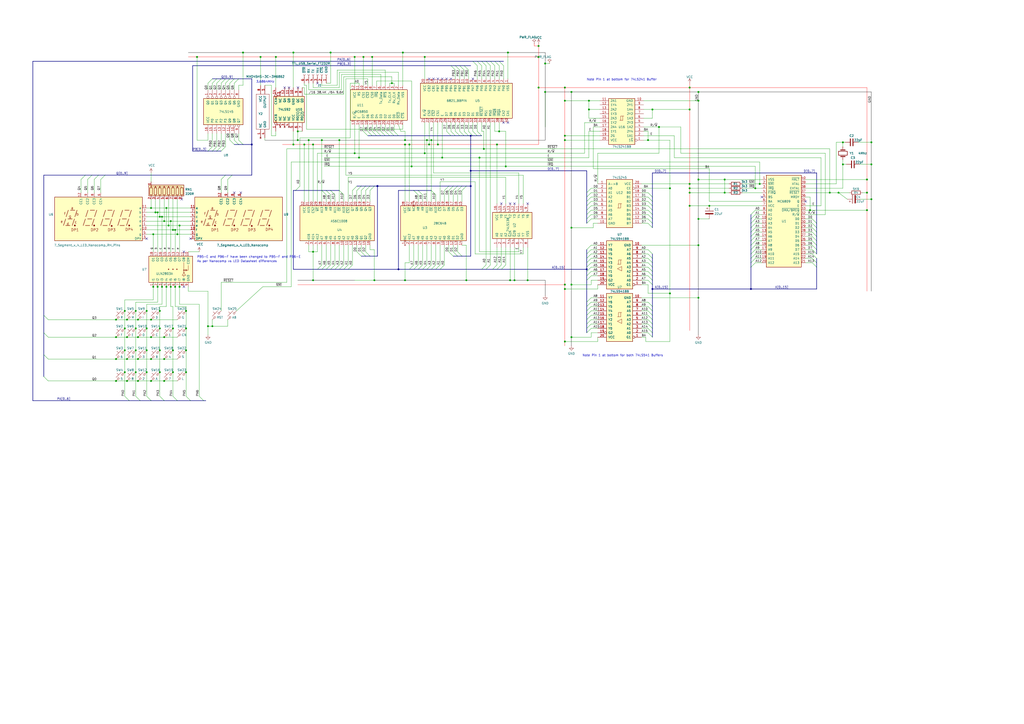
<source format=kicad_sch>
(kicad_sch (version 20211123) (generator eeschema)
  (paper "A2")
  (title_block (title "Nanocomp 6809 (Wireless World July 1981)") (date "2022-11-01") (rev "3.00") (company "Breadboarding Labs"))
  (junction (at 181.61 83.82))
  (junction (at 91.44 166.37))
  (junction (at 273.05 78.74))
  (junction (at 99.06 128.27))
  (junction (at 327.66 198.12))
  (junction (at 254 83.82))
  (junction (at 170.18 30.48))
  (junction (at 400.05 106.68))
  (junction (at 85.09 203.2))
  (junction (at 104.14 166.37))
  (junction (at 327.66 50.8))
  (junction (at 481.33 111.76))
  (junction (at 107.95 215.9))
  (junction (at 502.92 104.14))
  (junction (at 88.9 135.89))
  (junction (at 340.36 156.21))
  (junction (at 218.9165 107.95))
  (junction (at 205.74 88.9))
  (junction (at 73.66 208.28))
  (junction (at 505.46 95.3439))
  (junction (at 92.71 215.9))
  (junction (at 95.25 208.28))
  (junction (at 420.37 104.14))
  (junction (at 73.66 185.42))
  (junction (at 172.72 81.28))
  (junction (at 99.06 166.37))
  (junction (at 405.13 172.72))
  (junction (at 256.54 91.44))
  (junction (at 140.97 30.48))
  (junction (at 233.68 30.48))
  (junction (at 218.9474 107.95))
  (junction (at 151.13 33.02))
  (junction (at 248.92 83.82))
  (junction (at 278.13 91.44))
  (junction (at 327.66 78.74))
  (junction (at 78.74 215.9))
  (junction (at 72.39 190.5))
  (junction (at 505.46 115.57))
  (junction (at 341.63 58.42))
  (junction (at 67.31 220.98))
  (junction (at 378.46 167.64))
  (junction (at 273.05 107.95))
  (junction (at 107.95 203.2))
  (junction (at 92.71 125.73))
  (junction (at 378.46 63.5))
  (junction (at 312.42 50.8))
  (junction (at 270.51 162.56))
  (junction (at 72.39 203.2))
  (junction (at 78.74 190.5))
  (junction (at 78.74 180.34))
  (junction (at 250.19 81.28))
  (junction (at 400.05 50.8))
  (junction (at 100.33 215.9))
  (junction (at 488.95 95.3439))
  (junction (at 67.31 195.58))
  (junction (at 327.66 165.1))
  (junction (at 95.25 128.27))
  (junction (at 293.37 96.52))
  (junction (at 73.66 195.58))
  (junction (at 85.09 180.34))
  (junction (at 289.56 76.2))
  (junction (at 181.61 146.05))
  (junction (at 170.18 83.82))
  (junction (at 208.28 91.44))
  (junction (at 186.69 81.28))
  (junction (at 486.41 111.76))
  (junction (at 405.13 53.34))
  (junction (at 67.31 208.28))
  (junction (at 92.71 180.34))
  (junction (at 298.45 162.56))
  (junction (at 80.01 185.42))
  (junction (at 488.95 82.55))
  (junction (at 72.39 215.9))
  (junction (at 435.61 167.64))
  (junction (at 93.98 125.73))
  (junction (at 146.05 83.82))
  (junction (at 382.27 73.66))
  (junction (at 215.9 33.02))
  (junction (at 85.09 190.5))
  (junction (at 420.37 111.76))
  (junction (at 411.48 119.38))
  (junction (at 85.09 215.9))
  (junction (at 312.42 26.67))
  (junction (at 280.67 86.36))
  (junction (at 102.87 135.89))
  (junction (at 87.63 195.58))
  (junction (at 375.92 81.28))
  (junction (at 97.79 130.81))
  (junction (at 469.9 121.92))
  (junction (at 388.62 170.18))
  (junction (at 227.33 48.26))
  (junction (at 87.63 185.42))
  (junction (at 100.33 203.2))
  (junction (at 217.17 162.56))
  (junction (at 95.25 195.58))
  (junction (at 341.63 63.5))
  (junction (at 176.53 83.82))
  (junction (at 72.39 180.34))
  (junction (at 80.01 220.98))
  (junction (at 93.98 166.37))
  (junction (at 104.14 130.81))
  (junction (at 440.69 106.68))
  (junction (at 78.74 203.2))
  (junction (at 87.63 220.98))
  (junction (at 331.47 132.08))
  (junction (at 438.15 109.22))
  (junction (at 327.66 58.42))
  (junction (at 191.77 30.48))
  (junction (at 196.85 81.28))
  (junction (at 160.02 33.02))
  (junction (at 234.95 162.56))
  (junction (at 101.6 133.35))
  (junction (at 316.23 53.34))
  (junction (at 234.95 81.28))
  (junction (at 246.38 88.9))
  (junction (at 205.74 33.02))
  (junction (at 273.05 99.06))
  (junction (at 92.71 190.5))
  (junction (at 316.23 36.83))
  (junction (at 123.19 189.23))
  (junction (at 246.38 33.02))
  (junction (at 400.05 119.38))
  (junction (at 331.47 53.34))
  (junction (at 172.72 76.2))
  (junction (at 210.82 33.02))
  (junction (at 95.25 220.98))
  (junction (at 405.13 104.14))
  (junction (at 237.49 83.82))
  (junction (at 231.14 156.21))
  (junction (at 96.52 120.65))
  (junction (at 181.61 162.56))
  (junction (at 107.95 190.5))
  (junction (at 96.52 166.37))
  (junction (at 405.13 58.42))
  (junction (at 88.9 166.37))
  (junction (at 80.01 195.58))
  (junction (at 87.63 208.28))
  (junction (at 502.92 111.76))
  (junction (at 331.47 195.58))
  (junction (at 388.62 109.22))
  (junction (at 100.33 133.35))
  (junction (at 67.31 185.42))
  (junction (at 295.91 162.56))
  (junction (at 312.42 33.02))
  (junction (at 120.65 189.23))
  (junction (at 92.71 203.2))
  (junction (at 80.01 208.28))
  (junction (at 247.65 81.28))
  (junction (at 400.05 111.76))
  (junction (at 100.33 190.5))
  (junction (at 505.46 82.55))
  (junction (at 234.95 83.82))
  (junction (at 101.6 166.37))
  (junction (at 238.76 96.52))
  (junction (at 400.05 63.5))
  (junction (at 502.92 121.92))
  (junction (at 405.13 142.24))
  (junction (at 87.63 120.65))
  (junction (at 107.95 180.34))
  (junction (at 400.05 109.22))
  (junction (at 331.47 165.1))
  (junction (at 91.44 123.19))
  (junction (at 306.07 162.56))
  (junction (at 179.07 81.28))
  (junction (at 327.66 167.64))
  (junction (at 114.3 33.02))
  (junction (at 294.64 30.48))
  (junction (at 90.17 123.19))
  (junction (at 327.66 81.28))
  (junction (at 405.13 127))
  (junction (at 73.66 220.98))
  (junction (at 288.29 83.82))
  (no_connect (at 441.96 114.3))
  (no_connect (at 105.41 115.57))
  (no_connect (at 139.7 111.76))
  (no_connect (at 295.91 118.11))
  (no_connect (at 290.83 118.11))
  (no_connect (at 306.07 118.11))
  (no_connect (at 298.45 118.11))
  (no_connect (at 248.92 45.72))
  (no_connect (at 251.46 45.72))
  (no_connect (at 254 45.72))
  (no_connect (at 259.08 45.72))
  (no_connect (at 256.54 45.72))
  (no_connect (at 261.62 45.72))
  (no_connect (at 274.32 45.72))
  (no_connect (at 294.64 71.12))
  (no_connect (at 292.1 71.12))
  (no_connect (at 106.68 166.37))
  (no_connect (at 110.49 138.43))
  (no_connect (at 184.15 48.26))
  (no_connect (at 135.89 111.76))
  (no_connect (at 467.36 116.84))
  (no_connect (at 106.68 146.05))
  (no_connect (at 165.1 50.8))
  (no_connect (at 167.64 50.8))
  (no_connect (at 172.86 50.8))
  (no_connect (at 85.09 138.43))
  (bus_entry (at 340.36 152.4) (size 2.54 -2.54))
  (bus_entry (at 25.4 218.44) (size 2.54 2.54))
  (bus_entry (at 25.4 182.88) (size 2.54 2.54))
  (bus_entry (at 25.4 193.04) (size 2.54 2.54))
  (bus_entry (at 25.4 205.74) (size 2.54 2.54))
  (bus_entry (at 340.36 177.8) (size 2.54 -2.54))
  (bus_entry (at 81.28 232.41) (size -2.54 -2.54))
  (bus_entry (at 375.92 175.26) (size 2.54 2.54))
  (bus_entry (at 133.35 81.28) (size 2.54 2.54))
  (bus_entry (at 135.89 81.28) (size 2.54 2.54))
  (bus_entry (at 138.43 81.28) (size 2.54 2.54))
  (bus_entry (at 471.17 137.16) (size 2.54 2.54))
  (bus_entry (at 471.17 129.54) (size 2.54 2.54))
  (bus_entry (at 292.1 38.1) (size -2.54 -2.54))
  (bus_entry (at 289.56 38.1) (size -2.54 -2.54))
  (bus_entry (at 287.02 38.1) (size -2.54 -2.54))
  (bus_entry (at 284.48 38.1) (size -2.54 -2.54))
  (bus_entry (at 281.94 38.1) (size -2.54 -2.54))
  (bus_entry (at 279.4 38.1) (size -2.54 -2.54))
  (bus_entry (at 276.86 38.1) (size -2.54 -2.54))
  (bus_entry (at 340.36 160.02) (size 2.54 -2.54))
  (bus_entry (at 375.92 119.38) (size 2.54 2.54))
  (bus_entry (at 435.61 134.62) (size 2.54 -2.54))
  (bus_entry (at 340.36 193.04) (size 2.54 -2.54))
  (bus_entry (at 435.61 129.54) (size 2.54 -2.54))
  (bus_entry (at 95.25 232.41) (size -2.54 -2.54))
  (bus_entry (at 288.29 156.21) (size 2.54 -2.54))
  (bus_entry (at 285.75 156.21) (size 2.54 -2.54))
  (bus_entry (at 471.17 132.08) (size 2.54 2.54))
  (bus_entry (at 435.61 142.24) (size 2.54 -2.54))
  (bus_entry (at 375.92 111.76) (size 2.54 2.54))
  (bus_entry (at 375.92 154.94) (size 2.54 2.54))
  (bus_entry (at 375.92 127) (size 2.54 2.54))
  (bus_entry (at 173.99 107.95) (size -2.54 2.54))
  (bus_entry (at 194.31 113.03) (size -2.54 -2.54))
  (bus_entry (at 340.36 180.34) (size 2.54 -2.54))
  (bus_entry (at 226.06 76.2) (size 2.54 2.54))
  (bus_entry (at 118.11 232.41) (size -2.54 -2.54))
  (bus_entry (at 435.61 152.4) (size 2.54 -2.54))
  (bus_entry (at 375.92 157.48) (size 2.54 2.54))
  (bus_entry (at 471.17 144.78) (size 2.54 2.54))
  (bus_entry (at 281.94 156.21) (size 2.54 -2.54))
  (bus_entry (at 128.27 87.63) (size 2.54 -2.54))
  (bus_entry (at 471.17 139.7) (size 2.54 2.54))
  (bus_entry (at 340.36 124.46) (size 2.54 -2.54))
  (bus_entry (at 340.36 111.76) (size 2.54 -2.54))
  (bus_entry (at 375.92 124.46) (size 2.54 2.54))
  (bus_entry (at 340.36 127) (size 2.54 -2.54))
  (bus_entry (at 210.82 76.2) (size 2.54 2.54))
  (bus_entry (at 340.36 187.96) (size 2.54 -2.54))
  (bus_entry (at 218.44 76.2) (size 2.54 2.54))
  (bus_entry (at 74.93 232.41) (size -2.54 -2.54))
  (bus_entry (at 375.92 190.5) (size 2.54 2.54))
  (bus_entry (at 375.92 193.04) (size 2.54 2.54))
  (bus_entry (at 199.39 113.03) (size -2.54 -2.54))
  (bus_entry (at 340.36 129.54) (size 2.54 -2.54))
  (bus_entry (at 340.36 149.86) (size 2.54 -2.54))
  (bus_entry (at 191.77 113.03) (size -2.54 -2.54))
  (bus_entry (at 375.92 149.86) (size 2.54 2.54))
  (bus_entry (at 264.16 40.64) (size -2.54 -2.54))
  (bus_entry (at 266.7 40.64) (size -2.54 -2.54))
  (bus_entry (at 269.24 40.64) (size -2.54 -2.54))
  (bus_entry (at 271.78 40.64) (size -2.54 -2.54))
  (bus_entry (at 340.36 175.26) (size 2.54 -2.54))
  (bus_entry (at 435.61 147.32) (size 2.54 -2.54))
  (bus_entry (at 375.92 162.56) (size 2.54 2.54))
  (bus_entry (at 340.36 144.78) (size 2.54 -2.54))
  (bus_entry (at 189.23 113.03) (size -2.54 -2.54))
  (bus_entry (at 220.98 76.2) (size 2.54 2.54))
  (bus_entry (at 375.92 152.4) (size 2.54 2.54))
  (bus_entry (at 46.99 104.14) (size 2.54 -2.54))
  (bus_entry (at 58.42 104.14) (size 2.54 -2.54))
  (bus_entry (at 50.8 104.14) (size 2.54 -2.54))
  (bus_entry (at 54.61 104.14) (size 2.54 -2.54))
  (bus_entry (at 128.27 104.14) (size 2.54 -2.54))
  (bus_entry (at 132.08 104.14) (size 2.54 -2.54))
  (bus_entry (at 375.92 147.32) (size 2.54 2.54))
  (bus_entry (at 340.36 182.88) (size 2.54 -2.54))
  (bus_entry (at 340.36 119.38) (size 2.54 -2.54))
  (bus_entry (at 435.61 139.7) (size 2.54 -2.54))
  (bus_entry (at 471.17 149.86) (size 2.54 2.54))
  (bus_entry (at 471.17 152.4) (size 2.54 2.54))
  (bus_entry (at 87.63 232.41) (size -2.54 -2.54))
  (bus_entry (at 471.17 134.62) (size 2.54 2.54))
  (bus_entry (at 340.36 121.92) (size 2.54 -2.54))
  (bus_entry (at 257.81 153.67) (size -2.54 2.54))
  (bus_entry (at 375.92 187.96) (size 2.54 2.54))
  (bus_entry (at 340.36 185.42) (size 2.54 -2.54))
  (bus_entry (at 125.73 87.63) (size 2.54 -2.54))
  (bus_entry (at 375.92 114.3) (size 2.54 2.54))
  (bus_entry (at 435.61 137.16) (size 2.54 -2.54))
  (bus_entry (at 375.92 182.88) (size 2.54 2.54))
  (bus_entry (at 120.65 48.26) (size 2.54 -2.54))
  (bus_entry (at 123.19 48.26) (size 2.54 -2.54))
  (bus_entry (at 135.89 48.26) (size 2.54 -2.54))
  (bus_entry (at 133.35 48.26) (size 2.54 -2.54))
  (bus_entry (at 125.73 48.26) (size 2.54 -2.54))
  (bus_entry (at 128.27 48.26) (size 2.54 -2.54))
  (bus_entry (at 130.81 48.26) (size 2.54 -2.54))
  (bus_entry (at 242.57 110.49) (size 2.54 2.54))
  (bus_entry (at 250.19 110.49) (size 2.54 2.54))
  (bus_entry (at 240.03 110.49) (size 2.54 2.54))
  (bus_entry (at 120.65 87.63) (size 2.54 -2.54))
  (bus_entry (at 204.47 110.49) (size 2.54 -2.54))
  (bus_entry (at 207.01 110.49) (size 2.54 -2.54))
  (bus_entry (at 214.63 110.49) (size 2.54 -2.54))
  (bus_entry (at 209.55 110.49) (size 2.54 -2.54))
  (bus_entry (at 212.09 110.49) (size 2.54 -2.54))
  (bus_entry (at 194.31 153.67) (size -2.54 2.54))
  (bus_entry (at 191.77 153.67) (size -2.54 2.54))
  (bus_entry (at 189.23 153.67) (size -2.54 2.54))
  (bus_entry (at 186.69 153.67) (size -2.54 2.54))
  (bus_entry (at 199.39 153.67) (size -2.54 2.54))
  (bus_entry (at 196.85 153.67) (size -2.54 2.54))
  (bus_entry (at 201.93 153.67) (size -2.54 2.54))
  (bus_entry (at 214.63 148.59) (size -2.54 -2.54))
  (bus_entry (at 209.55 148.59) (size -2.54 -2.54))
  (bus_entry (at 212.09 148.59) (size -2.54 -2.54))
  (bus_entry (at 340.36 114.3) (size 2.54 -2.54))
  (bus_entry (at 340.36 157.48) (size 2.54 -2.54))
  (bus_entry (at 340.36 116.84) (size 2.54 -2.54))
  (bus_entry (at 435.61 132.08) (size 2.54 -2.54))
  (bus_entry (at 375.92 185.42) (size 2.54 2.54))
  (bus_entry (at 262.89 110.49) (size 2.54 -2.54))
  (bus_entry (at 257.81 110.49) (size 2.54 -2.54))
  (bus_entry (at 260.35 110.49) (size 2.54 -2.54))
  (bus_entry (at 265.43 110.49) (size 2.54 -2.54))
  (bus_entry (at 267.97 110.49) (size 2.54 -2.54))
  (bus_entry (at 223.52 76.2) (size 2.54 2.54))
  (bus_entry (at 471.17 127) (size 2.54 2.54))
  (bus_entry (at 102.87 232.41) (size -2.54 -2.54))
  (bus_entry (at 213.36 76.2) (size 2.54 2.54))
  (bus_entry (at 123.19 87.63) (size 2.54 -2.54))
  (bus_entry (at 375.92 160.02) (size 2.54 2.54))
  (bus_entry (at 110.49 232.41) (size -2.54 -2.54))
  (bus_entry (at 375.92 121.92) (size 2.54 2.54))
  (bus_entry (at 435.61 154.94) (size 2.54 -2.54))
  (bus_entry (at 471.17 142.24) (size 2.54 2.54))
  (bus_entry (at 435.61 124.46) (size 2.54 -2.54))
  (bus_entry (at 435.61 127) (size 2.54 -2.54))
  (bus_entry (at 204.47 153.67) (size -2.54 2.54))
  (bus_entry (at 228.6 76.2) (size 2.54 2.54))
  (bus_entry (at 471.17 147.32) (size 2.54 2.54))
  (bus_entry (at 279.4 156.21) (size 2.54 -2.54))
  (bus_entry (at 290.83 156.21) (size 2.54 -2.54))
  (bus_entry (at 340.36 190.5) (size 2.54 -2.54))
  (bus_entry (at 375.92 144.78) (size 2.54 2.54))
  (bus_entry (at 375.92 180.34) (size 2.54 2.54))
  (bus_entry (at 245.11 156.21) (size 2.54 -2.54))
  (bus_entry (at 242.57 156.21) (size 2.54 -2.54))
  (bus_entry (at 240.03 156.21) (size 2.54 -2.54))
  (bus_entry (at 247.65 156.21) (size 2.54 -2.54))
  (bus_entry (at 265.43 148.59) (size -2.54 -2.54))
  (bus_entry (at 252.73 156.21) (size 2.54 -2.54))
  (bus_entry (at 250.19 156.21) (size 2.54 -2.54))
  (bus_entry (at 262.89 148.59) (size -2.54 -2.54))
  (bus_entry (at 237.49 156.21) (size 2.54 -2.54))
  (bus_entry (at 267.97 148.59) (size -2.54 -2.54))
  (bus_entry (at 375.92 129.54) (size 2.54 2.54))
  (bus_entry (at 375.92 177.8) (size 2.54 2.54))
  (bus_entry (at 340.36 162.56) (size 2.54 -2.54))
  (bus_entry (at 435.61 149.86) (size 2.54 -2.54))
  (bus_entry (at 375.92 116.84) (size 2.54 2.54))
  (bus_entry (at 340.36 154.94) (size 2.54 -2.54))
  (bus_entry (at 435.61 144.78) (size 2.54 -2.54))
  (bus_entry (at 215.9 76.2) (size 2.54 2.54))
  (bus_entry (at 340.36 147.32) (size 2.54 -2.54))
  (bus_entry (at 276.86 76.2) (size 2.54 2.54))
  (bus_entry (at 271.78 76.2) (size 2.54 2.54))
  (bus_entry (at 274.32 76.2) (size 2.54 2.54))
  (bus_entry (at 269.24 76.2) (size 2.54 2.54))
  (bus_entry (at 266.7 76.2) (size 2.54 2.54))
  (bus_entry (at 264.16 76.2) (size 2.54 2.54))
  (bus_entry (at 261.62 76.2) (size 2.54 2.54))
  (bus_entry (at 259.08 76.2) (size 2.54 2.54))
  (wire (pts (xy 372.11 187.96) (xy 375.92 187.96)))
  (bus (pts (xy 378.46 119.38) (xy 378.46 121.92)))
  (bus (pts (xy 262.89 107.95) (xy 265.43 107.95)))
  (wire (pts (xy 181.61 142.24) (xy 181.61 146.05)))
  (wire (pts (xy 254 71.12) (xy 254 83.82)))
  (wire (pts (xy 186.69 110.49) (xy 186.69 81.28)))
  (wire (pts (xy 99.06 163.83) (xy 99.06 166.37)))
  (wire (pts (xy 270.51 162.56) (xy 295.91 162.56)) (stroke (width 0) (color 0 0 0 1)))
  (wire (pts (xy 123.19 52.07) (xy 123.19 48.26)))
  (bus (pts (xy 242.57 110.49) (xy 250.19 110.49)))
  (bus (pts (xy 435.61 154.94) (xy 435.61 167.64)))
  (wire (pts (xy 205.74 49.53) (xy 205.74 33.02)))
  (bus (pts (xy 120.65 87.63) (xy 123.19 87.63)))
  (wire (pts (xy 135.89 81.28) (xy 135.89 77.47)))
  (bus (pts (xy 435.61 144.78) (xy 435.61 147.32)))
  (bus (pts (xy 135.89 83.82) (xy 138.43 83.82)))
  (bus (pts (xy 269.24 38.1) (xy 266.7 38.1)))
  (wire (pts (xy 179.07 146.05) (xy 181.61 146.05)))
  (wire (pts (xy 312.42 33.02) (xy 312.42 50.8)) (stroke (width 0) (color 255 0 0 1)))
  (wire (pts (xy 168.91 166.37) (xy 152.4 166.37)))
  (wire (pts (xy 54.61 104.14) (xy 54.61 111.76)))
  (bus (pts (xy 378.46 149.86) (xy 378.46 152.4)))
  (wire (pts (xy 255.27 142.24) (xy 255.27 153.67)))
  (wire (pts (xy 246.38 88.9) (xy 339.09 88.9)))
  (bus (pts (xy 245.11 156.21) (xy 247.65 156.21)))
  (wire (pts (xy 327.66 165.1) (xy 327.66 167.64)) (stroke (width 0) (color 255 0 0 1)))
  (bus (pts (xy 473.71 154.94) (xy 473.71 167.64)))
  (bus (pts (xy 473.71 149.86) (xy 473.71 152.4)))
  (wire (pts (xy 132.08 185.42) (xy 132.08 189.23)))
  (wire (pts (xy 152.4 166.37) (xy 137.16 180.34)))
  (wire (pts (xy 346.71 129.54) (xy 344.17 129.54)))
  (wire (pts (xy 394.97 73.66) (xy 394.97 88.9)))
  (wire (pts (xy 102.87 115.57) (xy 102.87 135.89)))
  (wire (pts (xy 218.44 46.99) (xy 238.76 46.99)))
  (wire (pts (xy 208.28 48.26) (xy 203.2 48.26)))
  (wire (pts (xy 234.95 76.2) (xy 234.95 81.28)))
  (wire (pts (xy 100.33 177.8) (xy 100.33 190.5)))
  (wire (pts (xy 92.71 203.2) (xy 92.71 215.9)))
  (wire (pts (xy 72.39 173.99) (xy 88.9 173.99)))
  (wire (pts (xy 284.48 71.12) (xy 284.48 153.67)))
  (wire (pts (xy 467.36 106.68) (xy 485.14 106.68)))
  (bus (pts (xy 435.61 139.7) (xy 435.61 142.24)))
  (wire (pts (xy 138.43 81.28) (xy 138.43 77.47)))
  (wire (pts (xy 441.96 127) (xy 438.15 127)))
  (wire (pts (xy 372.11 175.26) (xy 375.92 175.26)))
  (bus (pts (xy 266.7 78.74) (xy 269.24 78.74)))
  (wire (pts (xy 210.82 33.02) (xy 215.9 33.02)) (stroke (width 0) (color 255 0 0 1)))
  (wire (pts (xy 342.9 119.38) (xy 346.71 119.38)))
  (wire (pts (xy 342.9 142.24) (xy 346.71 142.24)))
  (wire (pts (xy 96.52 163.83) (xy 96.52 166.37)))
  (wire (pts (xy 372.11 114.3) (xy 375.92 114.3)))
  (wire (pts (xy 382.27 73.66) (xy 394.97 73.66)))
  (wire (pts (xy 205.74 72.39) (xy 205.74 88.9)))
  (wire (pts (xy 172.72 76.2) (xy 172.72 81.28)))
  (wire (pts (xy 187.96 96.52) (xy 238.76 96.52)))
  (wire (pts (xy 88.9 146.05) (xy 88.9 135.89)))
  (wire (pts (xy 276.86 38.1) (xy 276.86 45.72)))
  (wire (pts (xy 375.92 165.1) (xy 375.92 170.18)))
  (bus (pts (xy 212.09 107.95) (xy 214.63 107.95)))
  (wire (pts (xy 96.52 166.37) (xy 96.52 177.8)))
  (wire (pts (xy 372.11 172.72) (xy 405.13 172.72)))
  (wire (pts (xy 287.02 38.1) (xy 287.02 45.72)))
  (wire (pts (xy 505.46 53.34) (xy 405.13 53.34)) (stroke (width 0) (color 0 0 0 1)))
  (wire (pts (xy 179.07 48.26) (xy 179.07 52.07)))
  (wire (pts (xy 441.96 132.08) (xy 438.15 132.08)))
  (wire (pts (xy 213.36 72.39) (xy 213.36 76.2)))
  (wire (pts (xy 374.65 198.12) (xy 388.62 198.12)))
  (bus (pts (xy 378.46 124.46) (xy 378.46 127)))
  (bus (pts (xy 111.76 38.1) (xy 111.76 87.63)))
  (wire (pts (xy 128.27 77.47) (xy 128.27 85.09)))
  (wire (pts (xy 172.72 165.1) (xy 327.66 165.1)) (stroke (width 0) (color 255 0 0 1)))
  (wire (pts (xy 226.06 48.26) (xy 227.33 48.26)))
  (wire (pts (xy 46.99 104.14) (xy 46.99 111.76)))
  (wire (pts (xy 342.9 152.4) (xy 346.71 152.4)))
  (bus (pts (xy 287.02 35.56) (xy 284.48 35.56)))
  (wire (pts (xy 92.71 190.5) (xy 92.71 203.2)))
  (wire (pts (xy 316.23 53.34) (xy 316.23 81.28)) (stroke (width 0) (color 0 0 0 1)))
  (wire (pts (xy 120.65 52.07) (xy 120.65 48.26)))
  (wire (pts (xy 441.96 144.78) (xy 438.15 144.78)))
  (bus (pts (xy 218.9474 107.95) (xy 260.35 107.95)))
  (wire (pts (xy 93.98 146.05) (xy 93.98 125.73)))
  (wire (pts (xy 100.33 190.5) (xy 100.33 203.2)))
  (bus (pts (xy 194.31 156.21) (xy 196.85 156.21)))
  (bus (pts (xy 228.6 78.74) (xy 231.14 78.74)))
  (wire (pts (xy 280.67 76.2) (xy 280.67 86.36)))
  (wire (pts (xy 245.11 113.03) (xy 245.11 116.84)))
  (wire (pts (xy 372.11 154.94) (xy 375.92 154.94)))
  (wire (pts (xy 186.69 49.53) (xy 195.58 49.53)))
  (bus (pts (xy 264.16 78.74) (xy 266.7 78.74)))
  (wire (pts (xy 266.7 71.12) (xy 266.7 76.2)))
  (bus (pts (xy 340.36 187.96) (xy 340.36 190.5)))
  (wire (pts (xy 160.02 33.02) (xy 205.74 33.02)) (stroke (width 0) (color 255 0 0 1)))
  (wire (pts (xy 388.62 81.28) (xy 388.62 109.22)))
  (bus (pts (xy 189.23 110.49) (xy 186.69 110.49)))
  (bus (pts (xy 473.71 100.33) (xy 378.46 100.33)))
  (wire (pts (xy 467.36 109.22) (xy 488.95 109.22)))
  (wire (pts (xy 175.26 50.8) (xy 176.53 50.8)))
  (bus (pts (xy 25.4 193.04) (xy 25.4 205.74)))
  (wire (pts (xy 196.85 41.91) (xy 231.14 41.91)))
  (wire (pts (xy 80.01 208.28) (xy 87.63 208.28)))
  (wire (pts (xy 92.71 215.9) (xy 92.71 229.87)))
  (wire (pts (xy 114.3 33.02) (xy 151.13 33.02)) (stroke (width 0) (color 255 0 0 1)))
  (wire (pts (xy 388.62 170.18) (xy 388.62 198.12)))
  (wire (pts (xy 270.51 142.24) (xy 267.97 142.24)))
  (bus (pts (xy 274.32 78.74) (xy 276.86 78.74)))
  (wire (pts (xy 257.81 110.49) (xy 257.81 116.84)))
  (bus (pts (xy 281.94 35.56) (xy 279.4 35.56)))
  (wire (pts (xy 27.94 185.42) (xy 67.31 185.42)))
  (bus (pts (xy 473.71 137.16) (xy 473.71 139.7)))
  (wire (pts (xy 201.93 102.87) (xy 293.37 102.87)))
  (wire (pts (xy 288.29 143.51) (xy 288.29 153.67)))
  (bus (pts (xy 226.06 78.74) (xy 228.6 78.74)))
  (wire (pts (xy 100.33 133.35) (xy 101.6 133.35)))
  (wire (pts (xy 341.63 58.42) (xy 327.66 58.42)))
  (wire (pts (xy 400.05 63.5) (xy 400.05 106.68)) (stroke (width 0) (color 255 0 0 1)))
  (wire (pts (xy 300.99 146.05) (xy 278.13 146.05)))
  (bus (pts (xy 207.01 107.95) (xy 209.55 107.95)))
  (wire (pts (xy 199.39 142.24) (xy 199.39 153.67)))
  (wire (pts (xy 160.02 78.74) (xy 160.02 76.2)))
  (bus (pts (xy 217.17 107.95) (xy 218.9165 107.95)))
  (bus (pts (xy 435.61 124.46) (xy 435.61 127)))
  (wire (pts (xy 132.08 189.23) (xy 123.19 189.23)))
  (wire (pts (xy 274.32 71.12) (xy 274.32 76.2)))
  (bus (pts (xy 255.27 156.21) (xy 279.4 156.21)))
  (wire (pts (xy 133.35 52.07) (xy 133.35 48.26)))
  (wire (pts (xy 441.96 152.4) (xy 438.15 152.4)))
  (wire (pts (xy 153.67 81.28) (xy 172.72 81.28)) (stroke (width 0) (color 0 0 0 1)))
  (wire (pts (xy 204.47 142.24) (xy 204.47 153.67)))
  (wire (pts (xy 95.25 115.57) (xy 95.25 128.27)))
  (bus (pts (xy 218.9474 107.95) (xy 218.9474 148.59)))
  (wire (pts (xy 346.71 193.04) (xy 342.9 193.04)))
  (bus (pts (xy 473.71 129.54) (xy 473.71 100.33)))
  (wire (pts (xy 373.38 58.42) (xy 405.13 58.42)))
  (wire (pts (xy 372.11 160.02) (xy 375.92 160.02)))
  (wire (pts (xy 342.9 109.22) (xy 346.71 109.22)))
  (wire (pts (xy 78.74 229.87) (xy 78.74 215.9)))
  (wire (pts (xy 430.53 106.68) (xy 440.69 106.68)))
  (wire (pts (xy 91.44 146.05) (xy 91.44 123.19)))
  (wire (pts (xy 104.14 130.81) (xy 110.49 130.81)))
  (wire (pts (xy 327.66 78.74) (xy 327.66 81.28)) (stroke (width 0) (color 255 0 0 1)))
  (wire (pts (xy 280.67 86.36) (xy 481.33 86.36)))
  (wire (pts (xy 467.36 139.7) (xy 471.17 139.7)))
  (bus (pts (xy 340.36 124.46) (xy 340.36 127)))
  (wire (pts (xy 342.9 160.02) (xy 346.71 160.02)))
  (bus (pts (xy 49.53 101.6) (xy 53.34 101.6)))
  (wire (pts (xy 233.68 30.48) (xy 294.64 30.48)) (stroke (width 0) (color 0 0 0 1)))
  (bus (pts (xy 260.35 107.95) (xy 262.89 107.95)))
  (bus (pts (xy 378.46 193.04) (xy 378.46 195.58)))
  (wire (pts (xy 157.48 78.74) (xy 160.02 78.74)))
  (bus (pts (xy 170.18 156.21) (xy 184.15 156.21)))
  (wire (pts (xy 151.13 49.53) (xy 151.13 33.02)))
  (wire (pts (xy 173.99 80.01) (xy 173.99 107.95)))
  (wire (pts (xy 312.42 50.8) (xy 327.66 50.8)) (stroke (width 0) (color 255 0 0 1)))
  (bus (pts (xy 378.46 114.3) (xy 378.46 116.84)))
  (wire (pts (xy 85.09 190.5) (xy 85.09 203.2)))
  (wire (pts (xy 441.96 137.16) (xy 438.15 137.16)))
  (wire (pts (xy 166.37 86.36) (xy 280.67 86.36)))
  (wire (pts (xy 441.96 111.76) (xy 430.53 111.76)))
  (bus (pts (xy 264.16 38.1) (xy 261.62 38.1)))
  (wire (pts (xy 176.53 49.53) (xy 176.53 48.26)))
  (bus (pts (xy 276.86 78.74) (xy 279.4 78.74)))
  (wire (pts (xy 72.39 190.5) (xy 72.39 180.34)))
  (wire (pts (xy 226.06 49.53) (xy 226.06 48.26)))
  (wire (pts (xy 405.13 104.14) (xy 405.13 127)) (stroke (width 0) (color 0 0 0 1)))
  (wire (pts (xy 184.15 88.9) (xy 184.15 116.84)))
  (wire (pts (xy 179.07 81.28) (xy 179.07 116.84)))
  (wire (pts (xy 80.01 220.98) (xy 87.63 220.98)))
  (wire (pts (xy 298.45 162.56) (xy 306.07 162.56)) (stroke (width 0) (color 0 0 0 1)))
  (wire (pts (xy 467.36 144.78) (xy 471.17 144.78)))
  (wire (pts (xy 279.4 71.12) (xy 279.4 76.2)))
  (wire (pts (xy 391.16 91.44) (xy 476.25 91.44)))
  (wire (pts (xy 78.74 215.9) (xy 78.74 203.2)))
  (wire (pts (xy 293.37 143.51) (xy 293.37 153.67)))
  (wire (pts (xy 288.29 83.82) (xy 312.42 83.82)) (stroke (width 0) (color 255 0 0 1)))
  (wire (pts (xy 97.79 130.81) (xy 104.14 130.81)))
  (wire (pts (xy 227.33 48.26) (xy 228.6 48.26)))
  (wire (pts (xy 184.15 146.05) (xy 181.61 146.05)))
  (wire (pts (xy 120.65 81.28) (xy 114.3 81.28)))
  (wire (pts (xy 254 83.82) (xy 288.29 83.82)) (stroke (width 0) (color 255 0 0 1)))
  (wire (pts (xy 223.52 72.39) (xy 223.52 76.2)))
  (wire (pts (xy 85.09 133.35) (xy 100.33 133.35)))
  (wire (pts (xy 234.95 81.28) (xy 247.65 81.28)) (stroke (width 0) (color 0 0 0 1)))
  (wire (pts (xy 467.36 132.08) (xy 471.17 132.08)))
  (bus (pts (xy 209.55 148.59) (xy 212.09 148.59)))
  (bus (pts (xy 146.05 45.72) (xy 146.05 83.82)))
  (bus (pts (xy 135.89 45.72) (xy 138.43 45.72)))
  (bus (pts (xy 378.46 160.02) (xy 378.46 162.56)))
  (wire (pts (xy 316.23 53.34) (xy 316.23 73.66)))
  (wire (pts (xy 411.48 127) (xy 405.13 127)))
  (bus (pts (xy 288.29 156.21) (xy 290.83 156.21)))
  (bus (pts (xy 81.28 232.41) (xy 87.63 232.41)))
  (wire (pts (xy 306.07 143.51) (xy 306.07 162.56)))
  (wire (pts (xy 342.9 180.34) (xy 346.71 180.34)))
  (wire (pts (xy 209.55 110.49) (xy 209.55 116.84)))
  (bus (pts (xy 435.61 152.4) (xy 435.61 154.94)))
  (wire (pts (xy 179.07 142.24) (xy 179.07 146.05)))
  (bus (pts (xy 473.71 152.4) (xy 473.71 154.94)))
  (wire (pts (xy 293.37 102.87) (xy 293.37 118.11)))
  (bus (pts (xy 435.61 127) (xy 435.61 129.54)))
  (bus (pts (xy 378.46 162.56) (xy 378.46 165.1)))
  (wire (pts (xy 133.35 81.28) (xy 133.35 77.47)))
  (wire (pts (xy 227.33 48.26) (xy 227.33 44.45)))
  (bus (pts (xy 240.03 156.21) (xy 242.57 156.21)))
  (wire (pts (xy 347.98 76.2) (xy 341.63 76.2)))
  (wire (pts (xy 262.89 142.24) (xy 262.89 146.05)))
  (bus (pts (xy 378.46 152.4) (xy 378.46 154.94)))
  (wire (pts (xy 342.9 147.32) (xy 346.71 147.32)))
  (wire (pts (xy 208.28 91.44) (xy 256.54 91.44)))
  (wire (pts (xy 372.11 185.42) (xy 375.92 185.42)))
  (wire (pts (xy 499.11 115.57) (xy 505.46 115.57)))
  (bus (pts (xy 214.63 107.95) (xy 217.17 107.95)))
  (wire (pts (xy 278.13 91.44) (xy 278.13 146.05)))
  (wire (pts (xy 342.9 165.1) (xy 331.47 165.1)))
  (wire (pts (xy 177.8 49.53) (xy 177.8 74.93)))
  (wire (pts (xy 498.544 95.3439) (xy 505.46 95.3439)))
  (wire (pts (xy 151.13 33.02) (xy 160.02 33.02)) (stroke (width 0) (color 255 0 0 1)))
  (bus (pts (xy 201.93 156.21) (xy 231.14 156.21)))
  (wire (pts (xy 316.23 53.34) (xy 331.47 53.34)) (stroke (width 0) (color 0 0 0 1)))
  (wire (pts (xy 91.44 123.19) (xy 110.49 123.19)))
  (bus (pts (xy 340.36 157.48) (xy 340.36 160.02)))
  (wire (pts (xy 331.47 132.08) (xy 331.47 165.1)) (stroke (width 0) (color 0 0 0 1)))
  (wire (pts (xy 228.6 72.39) (xy 228.6 76.2)))
  (wire (pts (xy 400.05 106.68) (xy 422.91 106.68)))
  (wire (pts (xy 205.74 162.56) (xy 217.17 162.56)))
  (wire (pts (xy 265.43 142.24) (xy 265.43 146.05)))
  (wire (pts (xy 204.47 110.49) (xy 204.47 116.84)))
  (bus (pts (xy 196.85 110.49) (xy 191.77 110.49)))
  (bus (pts (xy 265.43 148.59) (xy 267.97 148.59)))
  (wire (pts (xy 96.52 146.05) (xy 96.52 120.65)))
  (wire (pts (xy 120.65 81.28) (xy 120.65 77.47)))
  (wire (pts (xy 300.99 143.51) (xy 300.99 146.05)))
  (wire (pts (xy 213.36 45.72) (xy 200.66 45.72)))
  (wire (pts (xy 238.76 96.52) (xy 238.76 46.99)))
  (wire (pts (xy 203.2 48.26) (xy 203.2 80.01)))
  (wire (pts (xy 205.74 33.02) (xy 210.82 33.02)) (stroke (width 0) (color 255 0 0 1)))
  (wire (pts (xy 125.73 52.07) (xy 125.73 48.26)))
  (wire (pts (xy 208.28 72.39) (xy 208.28 91.44)))
  (wire (pts (xy 170.18 83.82) (xy 176.53 83.82)) (stroke (width 0) (color 255 0 0 1)))
  (wire (pts (xy 200.66 45.72) (xy 200.66 101.6)))
  (wire (pts (xy 342.9 175.26) (xy 346.71 175.26)))
  (wire (pts (xy 237.49 83.82) (xy 237.49 116.84)))
  (wire (pts (xy 212.09 110.49) (xy 212.09 116.84)))
  (wire (pts (xy 467.36 121.92) (xy 469.9 121.92)))
  (bus (pts (xy 231.14 110.49) (xy 240.03 110.49)))
  (wire (pts (xy 346.71 88.9) (xy 382.27 88.9)))
  (bus (pts (xy 128.27 45.72) (xy 130.81 45.72)))
  (wire (pts (xy 372.11 180.34) (xy 375.92 180.34)))
  (bus (pts (xy 133.35 45.72) (xy 135.89 45.72)))
  (wire (pts (xy 347.98 68.58) (xy 341.63 68.58)))
  (wire (pts (xy 130.81 77.47) (xy 130.81 85.09)))
  (wire (pts (xy 346.71 195.58) (xy 346.71 198.12)))
  (bus (pts (xy 378.46 167.64) (xy 435.61 167.64)))
  (wire (pts (xy 339.09 71.12) (xy 339.09 88.9)))
  (wire (pts (xy 411.48 97.79) (xy 344.17 97.79)))
  (wire (pts (xy 275.59 105.41) (xy 255.27 105.41)))
  (wire (pts (xy 181.61 83.82) (xy 181.61 116.84)))
  (wire (pts (xy 195.58 40.64) (xy 195.58 49.53)))
  (wire (pts (xy 175.26 76.2) (xy 172.72 76.2)))
  (wire (pts (xy 78.74 180.34) (xy 78.74 175.26)))
  (wire (pts (xy 80.01 185.42) (xy 87.63 185.42)))
  (wire (pts (xy 346.71 162.56) (xy 342.9 162.56)))
  (wire (pts (xy 411.48 119.38) (xy 441.96 119.38)))
  (bus (pts (xy 189.23 156.21) (xy 191.77 156.21)))
  (bus (pts (xy 138.43 83.82) (xy 140.97 83.82)))
  (wire (pts (xy 67.31 220.98) (xy 73.66 220.98)))
  (wire (pts (xy 99.06 166.37) (xy 99.06 177.8)))
  (wire (pts (xy 201.93 142.24) (xy 201.93 153.67)))
  (wire (pts (xy 485.14 82.55) (xy 488.95 82.55)))
  (wire (pts (xy 100.33 215.9) (xy 100.33 229.87)))
  (wire (pts (xy 505.46 95.3439) (xy 505.46 115.57)) (stroke (width 0) (color 0 0 0 1)))
  (wire (pts (xy 109.22 30.48) (xy 140.97 30.48)) (stroke (width 0) (color 0 0 0 1)))
  (wire (pts (xy 120.65 189.23) (xy 120.65 194.31)))
  (bus (pts (xy 247.65 156.21) (xy 250.19 156.21)))
  (wire (pts (xy 95.25 220.98) (xy 102.87 220.98)))
  (wire (pts (xy 104.14 130.81) (xy 104.14 146.05)))
  (wire (pts (xy 123.19 185.42) (xy 123.19 189.23)))
  (wire (pts (xy 342.9 121.92) (xy 346.71 121.92)))
  (wire (pts (xy 279.4 76.2) (xy 280.67 76.2)))
  (wire (pts (xy 163.83 83.82) (xy 170.18 83.82)) (stroke (width 0) (color 255 0 0 1)))
  (wire (pts (xy 378.46 68.58) (xy 378.46 63.5)))
  (wire (pts (xy 440.69 93.98) (xy 440.69 106.68)))
  (wire (pts (xy 502.92 111.76) (xy 502.92 121.92)) (stroke (width 0) (color 255 0 0 1)))
  (wire (pts (xy 95.25 195.58) (xy 102.87 195.58)))
  (wire (pts (xy 96.52 120.65) (xy 110.49 120.65)))
  (wire (pts (xy 372.11 111.76) (xy 375.92 111.76)))
  (wire (pts (xy 294.64 45.72) (xy 294.64 30.48)))
  (wire (pts (xy 100.33 203.2) (xy 100.33 215.9)))
  (wire (pts (xy 91.44 166.37) (xy 91.44 175.26)))
  (wire (pts (xy 170.18 30.48) (xy 191.77 30.48)) (stroke (width 0) (color 0 0 0 1)))
  (wire (pts (xy 488.95 95.3439) (xy 488.95 109.22)))
  (wire (pts (xy 214.63 142.24) (xy 214.63 144.78)))
  (wire (pts (xy 342.9 190.5) (xy 346.71 190.5)))
  (wire (pts (xy 372.11 124.46) (xy 375.92 124.46)))
  (wire (pts (xy 372.11 157.48) (xy 375.92 157.48)))
  (bus (pts (xy 252.73 156.21) (xy 255.27 156.21)))
  (wire (pts (xy 181.61 50.8) (xy 196.85 50.8)))
  (wire (pts (xy 85.09 180.34) (xy 85.09 176.53)))
  (wire (pts (xy 179.07 81.28) (xy 186.69 81.28)) (stroke (width 0) (color 0 0 0 1)))
  (bus (pts (xy 25.4 182.88) (xy 25.4 193.04)))
  (wire (pts (xy 215.9 49.53) (xy 215.9 33.02)))
  (wire (pts (xy 316.23 36.83) (xy 316.23 53.34)) (stroke (width 0) (color 0 0 0 1)))
  (wire (pts (xy 168.91 93.98) (xy 168.91 166.37)))
  (wire (pts (xy 342.9 111.76) (xy 346.71 111.76)))
  (wire (pts (xy 260.35 110.49) (xy 260.35 116.84)))
  (wire (pts (xy 342.9 177.8) (xy 346.71 177.8)))
  (bus (pts (xy 289.56 35.56) (xy 292.1 35.56)))
  (wire (pts (xy 92.71 177.8) (xy 92.71 180.34)))
  (wire (pts (xy 342.9 182.88) (xy 346.71 182.88)))
  (wire (pts (xy 85.09 125.73) (xy 92.71 125.73)))
  (wire (pts (xy 467.36 142.24) (xy 471.17 142.24)))
  (wire (pts (xy 374.65 195.58) (xy 374.65 198.12)))
  (bus (pts (xy 378.46 182.88) (xy 378.46 185.42)))
  (wire (pts (xy 275.59 147.32) (xy 303.53 147.32)))
  (wire (pts (xy 226.06 72.39) (xy 226.06 76.2)))
  (bus (pts (xy 102.87 232.41) (xy 110.49 232.41)))
  (bus (pts (xy 250.19 156.21) (xy 252.73 156.21)))
  (wire (pts (xy 346.71 106.68) (xy 346.71 88.9)))
  (wire (pts (xy 125.73 77.47) (xy 125.73 85.09)))
  (wire (pts (xy 271.78 71.12) (xy 271.78 76.2)))
  (wire (pts (xy 107.95 180.34) (xy 107.95 177.8)))
  (wire (pts (xy 218.44 72.39) (xy 218.44 76.2)))
  (wire (pts (xy 232.41 76.2) (xy 234.95 76.2)))
  (bus (pts (xy 265.43 107.95) (xy 267.97 107.95)))
  (bus (pts (xy 340.36 116.84) (xy 340.36 119.38)))
  (wire (pts (xy 170.18 76.2) (xy 170.18 83.82)))
  (wire (pts (xy 316.23 30.48) (xy 316.23 36.83)) (stroke (width 0) (color 0 0 0 1)))
  (wire (pts (xy 405.13 104.14) (xy 420.37 104.14)))
  (bus (pts (xy 435.61 149.86) (xy 435.61 152.4)))
  (wire (pts (xy 215.9 72.39) (xy 215.9 76.2)))
  (wire (pts (xy 505.46 115.57) (xy 505.46 168.91)) (stroke (width 0) (color 0 0 0 1)))
  (wire (pts (xy 342.9 172.72) (xy 346.71 172.72)))
  (wire (pts (xy 342.9 114.3) (xy 346.71 114.3)))
  (wire (pts (xy 50.8 104.14) (xy 50.8 111.76)))
  (wire (pts (xy 346.71 165.1) (xy 346.71 167.64)))
  (wire (pts (xy 438.15 109.22) (xy 441.96 109.22)))
  (bus (pts (xy 184.15 156.21) (xy 186.69 156.21)))
  (bus (pts (xy 289.56 35.56) (xy 287.02 35.56)))
  (wire (pts (xy 492.76 111.76) (xy 486.41 111.76)))
  (bus (pts (xy 231.14 78.74) (xy 261.62 78.74)))
  (wire (pts (xy 411.48 97.79) (xy 411.48 116.84)))
  (wire (pts (xy 467.36 127) (xy 471.17 127)))
  (wire (pts (xy 95.25 208.28) (xy 102.87 208.28)))
  (wire (pts (xy 107.95 229.87) (xy 107.95 215.9)))
  (wire (pts (xy 438.15 147.32) (xy 441.96 147.32)))
  (wire (pts (xy 91.44 163.83) (xy 91.44 166.37)))
  (wire (pts (xy 220.98 43.18) (xy 198.12 43.18)))
  (bus (pts (xy 95.25 232.41) (xy 102.87 232.41)))
  (wire (pts (xy 123.19 77.47) (xy 123.19 85.09)))
  (bus (pts (xy 273.05 99.06) (xy 273.05 78.74)))
  (wire (pts (xy 372.11 177.8) (xy 375.92 177.8)))
  (wire (pts (xy 342.9 162.56) (xy 342.9 165.1)))
  (wire (pts (xy 191.77 142.24) (xy 191.77 153.67)))
  (bus (pts (xy 279.4 35.56) (xy 276.86 35.56)))
  (wire (pts (xy 275.59 147.32) (xy 275.59 105.41)))
  (wire (pts (xy 316.23 162.56) (xy 316.23 171.45)) (stroke (width 0) (color 0 0 0 1)))
  (wire (pts (xy 298.45 143.51) (xy 298.45 162.56)))
  (wire (pts (xy 78.74 175.26) (xy 91.44 175.26)))
  (wire (pts (xy 72.39 215.9) (xy 72.39 229.87)))
  (wire (pts (xy 373.38 73.66) (xy 382.27 73.66)))
  (bus (pts (xy 340.36 111.76) (xy 340.36 114.3)))
  (wire (pts (xy 72.39 215.9) (xy 72.39 203.2)))
  (bus (pts (xy 237.49 156.21) (xy 240.03 156.21)))
  (wire (pts (xy 252.73 142.24) (xy 252.73 153.67)))
  (wire (pts (xy 372.11 121.92) (xy 375.92 121.92)))
  (wire (pts (xy 281.94 38.1) (xy 281.94 45.72)))
  (wire (pts (xy 293.37 96.52) (xy 438.15 96.52)))
  (bus (pts (xy 146.05 83.82) (xy 146.05 101.6)))
  (wire (pts (xy 101.6 133.35) (xy 110.49 133.35)))
  (wire (pts (xy 259.08 71.12) (xy 259.08 76.2)))
  (wire (pts (xy 327.66 167.64) (xy 327.66 198.12)) (stroke (width 0) (color 255 0 0 1)))
  (wire (pts (xy 267.97 110.49) (xy 267.97 116.84)))
  (wire (pts (xy 372.11 119.38) (xy 375.92 119.38)))
  (wire (pts (xy 309.88 26.67) (xy 312.42 26.67)) (stroke (width 0) (color 255 0 0 1)))
  (wire (pts (xy 109.22 166.37) (xy 109.22 168.91)))
  (bus (pts (xy 134.62 101.6) (xy 146.05 101.6)))
  (wire (pts (xy 107.95 190.5) (xy 107.95 180.34)))
  (wire (pts (xy 176.53 83.82) (xy 181.61 83.82)) (stroke (width 0) (color 255 0 0 1)))
  (wire (pts (xy 107.95 215.9) (xy 107.95 203.2)))
  (bus (pts (xy 378.46 100.33) (xy 378.46 114.3)))
  (wire (pts (xy 467.36 119.38) (xy 476.25 119.38)))
  (wire (pts (xy 405.13 127) (xy 405.13 142.24)) (stroke (width 0) (color 0 0 0 1)))
  (bus (pts (xy 435.61 167.64) (xy 473.71 167.64)))
  (bus (pts (xy 186.69 156.21) (xy 189.23 156.21)))
  (wire (pts (xy 92.71 125.73) (xy 93.98 125.73)))
  (wire (pts (xy 247.65 81.28) (xy 250.19 81.28)) (stroke (width 0) (color 0 0 0 1)))
  (wire (pts (xy 438.15 96.52) (xy 438.15 109.22)))
  (wire (pts (xy 237.49 142.24) (xy 237.49 152.4)))
  (wire (pts (xy 196.85 41.91) (xy 196.85 50.8)))
  (bus (pts (xy 267.97 148.59) (xy 273.05 148.59)))
  (bus (pts (xy 378.46 180.34) (xy 378.46 182.88)))
  (bus (pts (xy 473.71 142.24) (xy 473.71 144.78)))
  (wire (pts (xy 92.71 180.34) (xy 92.71 190.5)))
  (wire (pts (xy 505.46 82.55) (xy 505.46 95.3439)) (stroke (width 0) (color 0 0 0 1)))
  (wire (pts (xy 128.27 52.07) (xy 128.27 48.26)))
  (wire (pts (xy 400.05 119.38) (xy 411.48 119.38)))
  (wire (pts (xy 467.36 114.3) (xy 469.9 114.3)))
  (wire (pts (xy 120.65 168.91) (xy 120.65 189.23)))
  (wire (pts (xy 502.92 104.14) (xy 502.92 111.76)) (stroke (width 0) (color 255 0 0 1)))
  (bus (pts (xy 340.36 152.4) (xy 340.36 154.94)))
  (wire (pts (xy 400.05 106.68) (xy 400.05 109.22)) (stroke (width 0) (color 255 0 0 1)))
  (wire (pts (xy 312.42 50.8) (xy 312.42 83.82)) (stroke (width 0) (color 255 0 0 1)))
  (wire (pts (xy 87.63 220.98) (xy 95.25 220.98)))
  (bus (pts (xy 435.61 129.54) (xy 435.61 132.08)))
  (wire (pts (xy 228.6 48.26) (xy 228.6 49.53)))
  (wire (pts (xy 246.38 33.02) (xy 312.42 33.02)) (stroke (width 0) (color 255 0 0 1)))
  (wire (pts (xy 264.16 71.12) (xy 264.16 76.2)))
  (wire (pts (xy 288.29 83.82) (xy 288.29 118.11)))
  (wire (pts (xy 347.98 73.66) (xy 344.17 73.66)))
  (bus (pts (xy 340.36 180.34) (xy 340.36 182.88)))
  (bus (pts (xy 340.36 121.92) (xy 340.36 124.46)))
  (wire (pts (xy 441.96 139.7) (xy 438.15 139.7)))
  (wire (pts (xy 191.77 48.26) (xy 191.77 30.48)))
  (bus (pts (xy 340.36 99.06) (xy 340.36 111.76)))
  (wire (pts (xy 217.17 144.78) (xy 217.17 162.56)))
  (wire (pts (xy 191.77 113.03) (xy 191.77 116.84)))
  (wire (pts (xy 405.13 53.34) (xy 405.13 58.42)) (stroke (width 0) (color 0 0 0 1)))
  (wire (pts (xy 430.53 109.22) (xy 438.15 109.22)))
  (bus (pts (xy 340.36 127) (xy 340.36 129.54)))
  (wire (pts (xy 234.95 152.4) (xy 234.95 162.56)))
  (wire (pts (xy 441.96 134.62) (xy 438.15 134.62)))
  (wire (pts (xy 207.01 142.24) (xy 207.01 146.05)))
  (bus (pts (xy 125.73 45.72) (xy 128.27 45.72)))
  (bus (pts (xy 340.36 119.38) (xy 340.36 121.92)))
  (wire (pts (xy 153.67 49.53) (xy 157.48 49.53)))
  (wire (pts (xy 128.27 163.83) (xy 128.27 180.34)))
  (bus (pts (xy 378.46 187.96) (xy 378.46 190.5)))
  (wire (pts (xy 27.94 208.28) (xy 67.31 208.28)))
  (wire (pts (xy 467.36 137.16) (xy 471.17 137.16)))
  (wire (pts (xy 400.05 111.76) (xy 420.37 111.76)))
  (wire (pts (xy 92.71 115.57) (xy 92.71 125.73)))
  (wire (pts (xy 347.98 78.74) (xy 327.66 78.74)))
  (wire (pts (xy 327.66 198.12) (xy 327.66 200.66)) (stroke (width 0) (color 255 0 0 1)))
  (wire (pts (xy 341.63 68.58) (xy 341.63 63.5)))
  (bus (pts (xy 473.71 132.08) (xy 473.71 134.62)))
  (wire (pts (xy 194.31 113.03) (xy 194.31 116.84)))
  (wire (pts (xy 246.38 45.72) (xy 246.38 33.02)))
  (bus (pts (xy 242.57 156.21) (xy 245.11 156.21)))
  (wire (pts (xy 199.39 113.03) (xy 199.39 116.84)))
  (wire (pts (xy 238.76 96.52) (xy 293.37 96.52)))
  (wire (pts (xy 388.62 109.22) (xy 372.11 109.22)))
  (wire (pts (xy 138.43 49.53) (xy 140.97 49.53)))
  (bus (pts (xy 110.49 232.41) (xy 118.11 232.41)))
  (bus (pts (xy 273.05 107.95) (xy 273.1901 107.95)))
  (wire (pts (xy 99.06 146.05) (xy 99.06 128.27)))
  (wire (pts (xy 378.46 63.5) (xy 400.05 63.5)))
  (wire (pts (xy 87.63 195.58) (xy 95.25 195.58)))
  (wire (pts (xy 400.05 50.8) (xy 502.92 50.8)) (stroke (width 0) (color 255 0 0 1)))
  (wire (pts (xy 485.14 82.55) (xy 485.14 106.68)))
  (wire (pts (xy 242.57 113.03) (xy 242.57 116.84)))
  (wire (pts (xy 93.98 163.83) (xy 93.98 166.37)))
  (wire (pts (xy 233.68 49.53) (xy 233.68 30.48)))
  (wire (pts (xy 177.8 49.53) (xy 176.53 49.53)))
  (bus (pts (xy 125.73 87.63) (xy 128.27 87.63)))
  (wire (pts (xy 160.02 50.8) (xy 160.02 33.02)))
  (bus (pts (xy 340.36 162.56) (xy 340.36 175.26)))
  (wire (pts (xy 184.15 142.24) (xy 184.15 146.05)))
  (wire (pts (xy 342.9 116.84) (xy 346.71 116.84)))
  (bus (pts (xy 218.9165 107.95) (xy 218.9474 107.95)))
  (wire (pts (xy 372.11 165.1) (xy 375.92 165.1)))
  (wire (pts (xy 115.57 176.53) (xy 115.57 229.87)))
  (wire (pts (xy 292.1 38.1) (xy 292.1 45.72)))
  (wire (pts (xy 342.9 154.94) (xy 346.71 154.94)))
  (wire (pts (xy 186.69 81.28) (xy 196.85 81.28)) (stroke (width 0) (color 0 0 0 1)))
  (wire (pts (xy 189.23 113.03) (xy 189.23 116.84)))
  (wire (pts (xy 327.66 50.8) (xy 327.66 58.42)) (stroke (width 0) (color 255 0 0 1)))
  (wire (pts (xy 72.39 173.99) (xy 72.39 180.34)))
  (wire (pts (xy 250.19 81.28) (xy 316.23 81.28)) (stroke (width 0) (color 0 0 0 1)))
  (wire (pts (xy 210.82 72.39) (xy 210.82 76.2)))
  (wire (pts (xy 331.47 53.34) (xy 331.47 132.08)) (stroke (width 0) (color 0 0 0 1)))
  (wire (pts (xy 207.01 110.49) (xy 207.01 116.84)))
  (wire (pts (xy 256.54 71.12) (xy 256.54 91.44)))
  (wire (pts (xy 73.66 208.28) (xy 80.01 208.28)))
  (wire (pts (xy 214.63 144.78) (xy 217.17 144.78)))
  (wire (pts (xy 289.56 76.2) (xy 293.37 76.2)))
  (wire (pts (xy 441.96 129.54) (xy 438.15 129.54)))
  (wire (pts (xy 388.62 109.22) (xy 388.62 170.18)))
  (wire (pts (xy 251.46 71.12) (xy 251.46 100.33)))
  (wire (pts (xy 346.71 198.12) (xy 327.66 198.12)))
  (wire (pts (xy 467.36 149.86) (xy 471.17 149.86)))
  (wire (pts (xy 486.41 111.76) (xy 491.49 115.57)))
  (wire (pts (xy 266.7 45.72) (xy 266.7 40.64)))
  (bus (pts (xy 74.93 232.41) (xy 81.28 232.41)))
  (wire (pts (xy 467.36 152.4) (xy 471.17 152.4)))
  (wire (pts (xy 109.22 168.91) (xy 120.65 168.91)))
  (wire (pts (xy 372.11 182.88) (xy 375.92 182.88)))
  (wire (pts (xy 327.66 58.42) (xy 327.66 78.74)) (stroke (width 0) (color 255 0 0 1)))
  (wire (pts (xy 372.11 190.5) (xy 375.92 190.5)))
  (wire (pts (xy 212.09 142.24) (xy 212.09 146.05)))
  (wire (pts (xy 373.38 76.2) (xy 375.92 76.2)))
  (bus (pts (xy 130.81 101.6) (xy 134.62 101.6)))
  (wire (pts (xy 488.95 85.09) (xy 488.95 82.55)))
  (bus (pts (xy 111.76 87.63) (xy 120.65 87.63)))
  (wire (pts (xy 233.68 74.93) (xy 177.8 74.93)))
  (wire (pts (xy 400.05 48.26) (xy 400.05 50.8)) (stroke (width 0) (color 255 0 0 1)))
  (bus (pts (xy 378.46 116.84) (xy 378.46 119.38)))
  (wire (pts (xy 341.63 76.2) (xy 341.63 91.44)))
  (wire (pts (xy 181.61 83.82) (xy 234.95 83.82)) (stroke (width 0) (color 255 0 0 1)))
  (wire (pts (xy 73.66 195.58) (xy 80.01 195.58)))
  (wire (pts (xy 95.25 128.27) (xy 99.06 128.27)))
  (wire (pts (xy 231.14 72.39) (xy 232.41 76.2)))
  (wire (pts (xy 100.33 177.8) (xy 99.06 177.8)))
  (wire (pts (xy 237.49 152.4) (xy 234.95 152.4)))
  (wire (pts (xy 502.92 50.8) (xy 502.92 104.14)) (stroke (width 0) (color 255 0 0 1)))
  (wire (pts (xy 281.94 71.12) (xy 281.94 153.67)))
  (wire (pts (xy 251.46 100.33) (xy 300.99 100.33)))
  (wire (pts (xy 181.61 162.56) (xy 205.74 162.56)) (stroke (width 0) (color 0 0 0 1)))
  (wire (pts (xy 101.6 166.37) (xy 101.6 177.8)))
  (wire (pts (xy 85.09 176.53) (xy 93.98 176.53)))
  (wire (pts (xy 257.81 142.24) (xy 257.81 153.67)))
  (bus (pts (xy 118.11 232.41) (xy 119.38 232.41)))
  (bus (pts (xy 378.46 129.54) (xy 378.46 132.08)))
  (wire (pts (xy 500.38 111.76) (xy 502.92 111.76)))
  (wire (pts (xy 344.17 132.08) (xy 331.47 132.08)))
  (wire (pts (xy 123.19 189.23) (xy 120.65 189.23)))
  (wire (pts (xy 220.98 72.39) (xy 220.98 76.2)))
  (bus (pts (xy 199.39 156.21) (xy 201.93 156.21)))
  (wire (pts (xy 372.11 116.84) (xy 375.92 116.84)))
  (bus (pts (xy 53.34 101.6) (xy 57.15 101.6)))
  (wire (pts (xy 372.11 195.58) (xy 374.65 195.58)))
  (wire (pts (xy 481.33 86.36) (xy 481.33 111.76)))
  (wire (pts (xy 99.06 128.27) (xy 110.49 128.27)))
  (bus (pts (xy 261.62 38.1) (xy 111.76 38.1)))
  (wire (pts (xy 93.98 125.73) (xy 110.49 125.73)))
  (bus (pts (xy 138.43 45.72) (xy 146.05 45.72)))
  (wire (pts (xy 405.13 58.42) (xy 405.13 104.14)) (stroke (width 0) (color 0 0 0 1)))
  (wire (pts (xy 344.17 97.79) (xy 344.17 73.66)))
  (wire (pts (xy 372.11 162.56) (xy 375.92 162.56)))
  (bus (pts (xy 25.4 205.74) (xy 25.4 218.44)))
  (wire (pts (xy 309.88 26.67) (xy 309.88 25.4)) (stroke (width 0) (color 255 0 0 1)))
  (wire (pts (xy 318.77 36.83) (xy 316.23 36.83)))
  (wire (pts (xy 347.98 71.12) (xy 339.09 71.12)))
  (wire (pts (xy 189.23 142.24) (xy 189.23 153.67)))
  (wire (pts (xy 242.57 142.24) (xy 242.57 153.67)))
  (wire (pts (xy 85.09 203.2) (xy 85.09 215.9)))
  (wire (pts (xy 270.51 142.24) (xy 270.51 162.56)))
  (wire (pts (xy 88.9 163.83) (xy 88.9 166.37)))
  (bus (pts (xy 378.46 127) (xy 378.46 129.54)))
  (wire (pts (xy 186.69 142.24) (xy 186.69 153.67)))
  (bus (pts (xy 378.46 165.1) (xy 378.46 167.64)))
  (bus (pts (xy 340.36 177.8) (xy 340.36 180.34)))
  (wire (pts (xy 85.09 180.34) (xy 85.09 190.5)))
  (wire (pts (xy 342.9 157.48) (xy 346.71 157.48)))
  (wire (pts (xy 400.05 111.76) (xy 400.05 119.38)) (stroke (width 0) (color 255 0 0 1)))
  (wire (pts (xy 250.19 110.49) (xy 250.19 81.28)))
  (wire (pts (xy 331.47 53.34) (xy 405.13 53.34)) (stroke (width 0) (color 0 0 0 1)))
  (wire (pts (xy 295.91 143.51) (xy 295.91 162.56)))
  (wire (pts (xy 78.74 203.2) (xy 78.74 190.5)))
  (bus (pts (xy 25.4 101.6) (xy 25.4 182.88)))
  (wire (pts (xy 303.53 118.11) (xy 303.53 101.6)))
  (wire (pts (xy 497.84 82.55) (xy 505.46 82.55)))
  (bus (pts (xy 209.55 107.95) (xy 212.09 107.95)))
  (wire (pts (xy 342.9 185.42) (xy 346.71 185.42)))
  (wire (pts (xy 293.37 76.2) (xy 293.37 96.52)))
  (wire (pts (xy 303.53 101.6) (xy 200.66 101.6)))
  (wire (pts (xy 157.48 49.53) (xy 157.48 78.74)))
  (wire (pts (xy 130.81 52.07) (xy 130.81 48.26)))
  (wire (pts (xy 372.11 147.32) (xy 375.92 147.32)))
  (bus (pts (xy 290.83 156.21) (xy 340.36 156.21)))
  (wire (pts (xy 227.33 44.45) (xy 199.39 44.45)))
  (wire (pts (xy 420.37 104.14) (xy 441.96 104.14)))
  (wire (pts (xy 168.91 93.98) (xy 440.69 93.98)))
  (wire (pts (xy 372.11 193.04) (xy 375.92 193.04)))
  (wire (pts (xy 194.31 142.24) (xy 194.31 153.67)))
  (bus (pts (xy 378.46 185.42) (xy 378.46 187.96)))
  (wire (pts (xy 196.85 81.28) (xy 234.95 81.28)) (stroke (width 0) (color 0 0 0 1)))
  (wire (pts (xy 440.69 106.68) (xy 441.96 106.68)))
  (wire (pts (xy 209.55 142.24) (xy 209.55 146.05)))
  (wire (pts (xy 342.9 124.46) (xy 346.71 124.46)))
  (bus (pts (xy 123.19 45.72) (xy 125.73 45.72)))
  (bus (pts (xy 19.05 35.56) (xy 19.05 232.41)))
  (bus (pts (xy 130.81 45.72) (xy 133.35 45.72)))
  (wire (pts (xy 109.22 146.05) (xy 115.57 146.05)))
  (bus (pts (xy 284.48 35.56) (xy 281.94 35.56)))
  (wire (pts (xy 73.66 220.98) (xy 80.01 220.98)))
  (wire (pts (xy 233.68 72.39) (xy 233.68 74.93)))
  (wire (pts (xy 78.74 190.5) (xy 78.74 180.34)))
  (bus (pts (xy 186.69 110.49) (xy 171.45 110.49)))
  (bus (pts (xy 378.46 154.94) (xy 378.46 157.48)))
  (wire (pts (xy 186.69 48.26) (xy 186.69 49.53)))
  (wire (pts (xy 179.07 52.07) (xy 198.12 52.07)))
  (bus (pts (xy 285.75 156.21) (xy 288.29 156.21)))
  (wire (pts (xy 72.39 203.2) (xy 72.39 190.5)))
  (wire (pts (xy 342.9 193.04) (xy 342.9 195.58)))
  (wire (pts (xy 265.43 110.49) (xy 265.43 116.84)))
  (wire (pts (xy 373.38 68.58) (xy 378.46 68.58)))
  (wire (pts (xy 213.36 49.53) (xy 213.36 45.72)))
  (wire (pts (xy 294.64 30.48) (xy 316.23 30.48)) (stroke (width 0) (color 0 0 0 1)))
  (wire (pts (xy 478.79 88.9) (xy 478.79 124.46)))
  (wire (pts (xy 375.92 81.28) (xy 388.62 81.28)))
  (wire (pts (xy 100.33 115.57) (xy 100.33 133.35)))
  (bus (pts (xy 270.51 107.95) (xy 273.05 107.95)))
  (bus (pts (xy 87.63 232.41) (xy 95.25 232.41)))
  (bus (pts (xy 340.36 114.3) (xy 340.36 116.84)))
  (wire (pts (xy 250.19 142.24) (xy 250.19 153.67)))
  (wire (pts (xy 372.11 149.86) (xy 375.92 149.86)))
  (wire (pts (xy 85.09 135.89) (xy 88.9 135.89)))
  (wire (pts (xy 400.05 109.22) (xy 422.91 109.22)))
  (bus (pts (xy 273.05 99.06) (xy 273.05 107.95)))
  (wire (pts (xy 172.72 81.28) (xy 179.07 81.28)) (stroke (width 0) (color 0 0 0 1)))
  (wire (pts (xy 173.99 80.01) (xy 203.2 80.01)))
  (bus (pts (xy 435.61 142.24) (xy 435.61 144.78)))
  (wire (pts (xy 279.4 38.1) (xy 279.4 45.72)))
  (wire (pts (xy 85.09 128.27) (xy 95.25 128.27)))
  (wire (pts (xy 107.95 177.8) (xy 101.6 177.8)))
  (wire (pts (xy 67.31 195.58) (xy 73.66 195.58)))
  (wire (pts (xy 205.74 88.9) (xy 246.38 88.9)))
  (wire (pts (xy 441.96 116.84) (xy 411.48 116.84)))
  (wire (pts (xy 481.33 111.76) (xy 486.41 111.76)))
  (wire (pts (xy 176.53 50.8) (xy 176.53 54.61)))
  (wire (pts (xy 372.11 144.78) (xy 375.92 144.78)))
  (wire (pts (xy 441.96 124.46) (xy 438.15 124.46)))
  (wire (pts (xy 467.36 147.32) (xy 471.17 147.32)))
  (wire (pts (xy 289.56 38.1) (xy 289.56 45.72)))
  (wire (pts (xy 372.11 127) (xy 375.92 127)))
  (wire (pts (xy 284.48 38.1) (xy 284.48 45.72)))
  (bus (pts (xy 435.61 134.62) (xy 435.61 137.16)))
  (bus (pts (xy 273.05 107.95) (xy 273.05 148.59)))
  (wire (pts (xy 256.54 91.44) (xy 278.13 91.44)))
  (bus (pts (xy 220.98 78.74) (xy 223.52 78.74)))
  (bus (pts (xy 276.86 35.56) (xy 274.32 35.56)))
  (wire (pts (xy 87.63 185.42) (xy 102.87 185.42)))
  (bus (pts (xy 340.36 175.26) (xy 340.36 177.8)))
  (wire (pts (xy 331.47 195.58) (xy 331.47 200.66)) (stroke (width 0) (color 0 0 0 1)))
  (wire (pts (xy 278.13 91.44) (xy 341.63 91.44)))
  (wire (pts (xy 467.36 111.76) (xy 481.33 111.76)))
  (wire (pts (xy 372.11 106.68) (xy 400.05 106.68)))
  (wire (pts (xy 67.31 208.28) (xy 73.66 208.28)))
  (wire (pts (xy 85.09 130.81) (xy 97.79 130.81)))
  (wire (pts (xy 231.14 49.53) (xy 231.14 41.91)))
  (wire (pts (xy 331.47 165.1) (xy 331.47 195.58)) (stroke (width 0) (color 0 0 0 1)))
  (wire (pts (xy 262.89 110.49) (xy 262.89 116.84)))
  (wire (pts (xy 502.92 121.92) (xy 502.92 168.91)) (stroke (width 0) (color 255 0 0 1)))
  (wire (pts (xy 469.9 114.3) (xy 469.9 121.92)))
  (bus (pts (xy 435.61 132.08) (xy 435.61 134.62)))
  (wire (pts (xy 218.44 49.53) (xy 218.44 46.99)))
  (bus (pts (xy 473.71 129.54) (xy 473.71 132.08)))
  (wire (pts (xy 420.37 111.76) (xy 420.37 104.14)))
  (wire (pts (xy 382.27 88.9) (xy 382.27 73.66)))
  (bus (pts (xy 223.52 78.74) (xy 226.06 78.74)))
  (wire (pts (xy 186.69 110.49) (xy 186.69 116.84)))
  (wire (pts (xy 135.89 52.07) (xy 135.89 48.26)))
  (bus (pts (xy 212.09 148.59) (xy 214.63 148.59)))
  (wire (pts (xy 405.13 172.72) (xy 405.13 194.31)) (stroke (width 0) (color 0 0 0 1)))
  (wire (pts (xy 269.24 71.12) (xy 269.24 76.2)))
  (wire (pts (xy 289.56 71.12) (xy 289.56 76.2)))
  (bus (pts (xy 340.36 144.78) (xy 340.36 147.32)))
  (bus (pts (xy 231.14 156.21) (xy 237.49 156.21)))
  (bus (pts (xy 171.45 110.49) (xy 170.18 110.49)))
  (wire (pts (xy 405.13 142.24) (xy 405.13 172.72)) (stroke (width 0) (color 0 0 0 1)))
  (bus (pts (xy 269.24 78.74) (xy 271.78 78.74)))
  (wire (pts (xy 372.11 152.4) (xy 375.92 152.4)))
  (wire (pts (xy 342.9 187.96) (xy 346.71 187.96)))
  (wire (pts (xy 467.36 129.54) (xy 471.17 129.54)))
  (bus (pts (xy 378.46 167.64) (xy 378.46 177.8)))
  (wire (pts (xy 248.92 83.82) (xy 254 83.82)) (stroke (width 0) (color 255 0 0 1)))
  (bus (pts (xy 435.61 147.32) (xy 435.61 149.86)))
  (wire (pts (xy 441.96 121.92) (xy 438.15 121.92)))
  (bus (pts (xy 267.97 107.95) (xy 270.51 107.95)))
  (wire (pts (xy 187.96 91.44) (xy 208.28 91.44)))
  (wire (pts (xy 327.66 50.8) (xy 400.05 50.8)) (stroke (width 0) (color 255 0 0 1)))
  (bus (pts (xy 140.97 83.82) (xy 146.05 83.82)))
  (wire (pts (xy 88.9 166.37) (xy 88.9 173.99)))
  (wire (pts (xy 467.36 104.14) (xy 502.92 104.14)))
  (bus (pts (xy 214.63 148.59) (xy 218.9474 148.59)))
  (wire (pts (xy 114.3 81.28) (xy 114.3 33.02)))
  (wire (pts (xy 467.36 134.62) (xy 471.17 134.62)))
  (wire (pts (xy 85.09 215.9) (xy 85.09 229.87)))
  (wire (pts (xy 80.01 195.58) (xy 87.63 195.58)))
  (wire (pts (xy 196.85 116.84) (xy 196.85 110.49)))
  (wire (pts (xy 234.95 162.56) (xy 270.51 162.56)) (stroke (width 0) (color 0 0 0 1)))
  (wire (pts (xy 189.23 48.26) (xy 191.77 48.26)))
  (wire (pts (xy 342.9 127) (xy 346.71 127)))
  (wire (pts (xy 198.12 43.18) (xy 198.12 52.07)))
  (wire (pts (xy 246.38 71.12) (xy 246.38 88.9)))
  (wire (pts (xy 347.98 58.42) (xy 341.63 58.42)))
  (wire (pts (xy 287.02 71.12) (xy 287.02 76.2)))
  (wire (pts (xy 115.57 176.53) (xy 104.14 176.53)))
  (bus (pts (xy 340.36 182.88) (xy 340.36 185.42)))
  (bus (pts (xy 266.7 38.1) (xy 264.16 38.1)))
  (bus (pts (xy 340.36 99.06) (xy 273.05 99.06)))
  (wire (pts (xy 87.63 115.57) (xy 87.63 120.65)))
  (wire (pts (xy 346.71 167.64) (xy 327.66 167.64)))
  (bus (pts (xy 340.36 156.21) (xy 340.36 157.48)))
  (wire (pts (xy 271.78 45.72) (xy 271.78 40.64)))
  (bus (pts (xy 378.46 177.8) (xy 378.46 180.34)))
  (bus (pts (xy 378.46 157.48) (xy 378.46 160.02)))
  (wire (pts (xy 109.22 33.02) (xy 114.3 33.02)) (stroke (width 0) (color 255 0 0 1)))
  (wire (pts (xy 172.72 162.56) (xy 181.61 162.56)) (stroke (width 0) (color 0 0 0 1)))
  (wire (pts (xy 342.9 149.86) (xy 346.71 149.86)))
  (wire (pts (xy 214.63 110.49) (xy 214.63 116.84)))
  (wire (pts (xy 276.86 71.12) (xy 276.86 76.2)))
  (bus (pts (xy 242.57 110.49) (xy 240.03 110.49)))
  (wire (pts (xy 223.52 49.53) (xy 223.52 40.64)))
  (bus (pts (xy 191.77 156.21) (xy 194.31 156.21)))
  (wire (pts (xy 303.53 143.51) (xy 303.53 147.32)))
  (wire (pts (xy 234.95 83.82) (xy 237.49 83.82)) (stroke (width 0) (color 255 0 0 1)))
  (wire (pts (xy 394.97 88.9) (xy 478.79 88.9)))
  (bus (pts (xy 231.14 110.49) (xy 231.14 156.21)))
  (bus (pts (xy 340.36 154.94) (xy 340.36 156.21)))
  (wire (pts (xy 101.6 146.05) (xy 101.6 133.35)))
  (wire (pts (xy 181.61 50.8) (xy 181.61 48.26)))
  (wire (pts (xy 85.09 120.65) (xy 87.63 120.65)))
  (wire (pts (xy 312.42 26.67) (xy 312.42 33.02)) (stroke (width 0) (color 255 0 0 1)))
  (wire (pts (xy 490.22 82.55) (xy 488.95 82.55)))
  (wire (pts (xy 252.73 113.03) (xy 252.73 116.84)))
  (bus (pts (xy 281.94 156.21) (xy 285.75 156.21)))
  (wire (pts (xy 373.38 63.5) (xy 378.46 63.5)))
  (wire (pts (xy 166.37 86.36) (xy 166.37 163.83)))
  (bus (pts (xy 262.89 148.59) (xy 265.43 148.59)))
  (wire (pts (xy 97.79 115.57) (xy 97.79 130.81)))
  (wire (pts (xy 140.97 49.53) (xy 140.97 30.48)))
  (wire (pts (xy 73.66 185.42) (xy 80.01 185.42)))
  (wire (pts (xy 87.63 120.65) (xy 96.52 120.65)))
  (wire (pts (xy 166.37 163.83) (xy 128.27 163.83)))
  (wire (pts (xy 27.94 220.98) (xy 67.31 220.98)))
  (bus (pts (xy 123.19 87.63) (xy 125.73 87.63)))
  (wire (pts (xy 208.28 49.53) (xy 208.28 48.26)))
  (wire (pts (xy 215.9 33.02) (xy 246.38 33.02)) (stroke (width 0) (color 255 0 0 1)))
  (wire (pts (xy 372.11 129.54) (xy 375.92 129.54)))
  (wire (pts (xy 132.08 104.14) (xy 132.08 111.76)))
  (bus (pts (xy 218.44 78.74) (xy 220.98 78.74)))
  (wire (pts (xy 195.58 40.64) (xy 223.52 40.64)))
  (wire (pts (xy 269.24 40.64) (xy 269.24 45.72)))
  (wire (pts (xy 247.65 142.24) (xy 247.65 153.67)))
  (wire (pts (xy 488.95 92.71) (xy 488.95 95.3439)))
  (wire (pts (xy 67.31 185.42) (xy 73.66 185.42)))
  (wire (pts (xy 237.49 83.82) (xy 248.92 83.82)) (stroke (width 0) (color 255 0 0 1)))
  (wire (pts (xy 347.98 81.28) (xy 327.66 81.28)))
  (bus (pts (xy 279.4 156.21) (xy 281.94 156.21)))
  (wire (pts (xy 420.37 111.76) (xy 422.91 111.76)))
  (bus (pts (xy 273.05 78.74) (xy 274.32 78.74)))
  (wire (pts (xy 88.9 135.89) (xy 102.87 135.89)))
  (wire (pts (xy 210.82 49.53) (xy 210.82 33.02)))
  (bus (pts (xy 19.05 232.41) (xy 74.93 232.41)))
  (bus (pts (xy 340.36 149.86) (xy 340.36 152.4)))
  (wire (pts (xy 490.924 95.3439) (xy 488.95 95.3439)))
  (wire (pts (xy 469.9 121.92) (xy 502.92 121.92)))
  (wire (pts (xy 344.17 129.54) (xy 344.17 132.08)))
  (wire (pts (xy 240.03 142.24) (xy 240.03 153.67)))
  (bus (pts (xy 264.16 78.74) (xy 261.62 78.74)))
  (wire (pts (xy 300.99 118.11) (xy 300.99 100.33)))
  (wire (pts (xy 373.38 81.28) (xy 375.92 81.28)))
  (wire (pts (xy 102.87 135.89) (xy 110.49 135.89)))
  (bus (pts (xy 213.36 78.74) (xy 215.9 78.74)))
  (wire (pts (xy 58.42 104.14) (xy 58.42 111.76)))
  (wire (pts (xy 247.65 81.28) (xy 247.65 116.84)))
  (wire (pts (xy 184.15 88.9) (xy 205.74 88.9)))
  (bus (pts (xy 271.78 78.74) (xy 273.05 78.74)))
  (bus (pts (xy 191.77 110.49) (xy 189.23 110.49)))
  (wire (pts (xy 312.42 25.4) (xy 312.42 26.67)) (stroke (width 0) (color 255 0 0 1)))
  (wire (pts (xy 93.98 166.37) (xy 93.98 176.53)))
  (bus (pts (xy 340.36 160.02) (xy 340.36 162.56)))
  (bus (pts (xy 378.46 190.5) (xy 378.46 193.04)))
  (wire (pts (xy 85.09 123.19) (xy 90.17 123.19)))
  (wire (pts (xy 90.17 115.57) (xy 90.17 123.19)))
  (wire (pts (xy 196.85 142.24) (xy 196.85 153.67)))
  (wire (pts (xy 104.14 166.37) (xy 104.14 176.53)))
  (wire (pts (xy 400.05 109.22) (xy 400.05 111.76)) (stroke (width 0) (color 255 0 0 1)))
  (wire (pts (xy 261.62 71.12) (xy 261.62 76.2)))
  (wire (pts (xy 295.91 162.56) (xy 298.45 162.56)) (stroke (width 0) (color 0 0 0 1)))
  (bus (pts (xy 473.71 144.78) (xy 473.71 147.32)))
  (wire (pts (xy 341.63 63.5) (xy 341.63 58.42)))
  (bus (pts (xy 473.71 139.7) (xy 473.71 142.24)))
  (wire (pts (xy 375.92 76.2) (xy 375.92 81.28)))
  (wire (pts (xy 290.83 143.51) (xy 290.83 153.67)))
  (wire (pts (xy 101.6 163.83) (xy 101.6 166.37)))
  (wire (pts (xy 128.27 104.14) (xy 128.27 111.76)))
  (wire (pts (xy 306.07 162.56) (xy 316.23 162.56)) (stroke (width 0) (color 0 0 0 1)))
  (wire (pts (xy 153.67 80.01) (xy 153.67 81.28)))
  (wire (pts (xy 287.02 76.2) (xy 289.56 76.2)))
  (wire (pts (xy 234.95 83.82) (xy 234.95 116.84)))
  (wire (pts (xy 260.35 142.24) (xy 260.35 146.05)))
  (wire (pts (xy 87.63 208.28) (xy 95.25 208.28)))
  (bus (pts (xy 378.46 147.32) (xy 378.46 149.86)))
  (wire (pts (xy 107.95 203.2) (xy 107.95 190.5)))
  (bus (pts (xy 196.85 156.21) (xy 199.39 156.21)))
  (wire (pts (xy 391.16 78.74) (xy 391.16 91.44)))
  (bus (pts (xy 57.15 101.6) (xy 60.96 101.6)))
  (wire (pts (xy 255.27 105.41) (xy 255.27 116.84)))
  (wire (pts (xy 400.05 50.8) (xy 400.05 63.5)) (stroke (width 0) (color 255 0 0 1)))
  (wire (pts (xy 92.71 177.8) (xy 96.52 177.8)))
  (bus (pts (xy 340.36 185.42) (xy 340.36 187.96)))
  (bus (pts (xy 274.32 35.56) (xy 19.05 35.56)))
  (bus (pts (xy 215.9 78.74) (xy 218.44 78.74)))
  (wire (pts (xy 196.85 110.49) (xy 196.85 81.28)))
  (wire (pts (xy 467.36 124.46) (xy 478.79 124.46)))
  (wire (pts (xy 375.92 170.18) (xy 388.62 170.18)))
  (wire (pts (xy 264.16 45.72) (xy 264.16 40.64)))
  (wire (pts (xy 248.92 71.12) (xy 248.92 83.82)))
  (wire (pts (xy 505.46 82.55) (xy 505.46 53.34)) (stroke (width 0) (color 0 0 0 1)))
  (wire (pts (xy 27.94 195.58) (xy 67.31 195.58)))
  (wire (pts (xy 217.17 162.56) (xy 234.95 162.56)) (stroke (width 0) (color 0 0 0 1)))
  (bus (pts (xy 378.46 121.92) (xy 378.46 124.46)))
  (wire (pts (xy 201.93 102.87) (xy 201.93 116.84)))
  (wire (pts (xy 138.43 52.07) (xy 138.43 49.53)))
  (wire (pts (xy 250.19 110.49) (xy 250.19 116.84)))
  (bus (pts (xy 60.96 101.6) (xy 130.81 101.6)))
  (bus (pts (xy 435.61 137.16) (xy 435.61 139.7)))
  (wire (pts (xy 373.38 78.74) (xy 391.16 78.74)))
  (wire (pts (xy 176.53 54.61) (xy 199.39 54.61)))
  (bus (pts (xy 170.18 110.49) (xy 170.18 156.21)))
  (wire (pts (xy 245.11 142.24) (xy 245.11 153.67)))
  (wire (pts (xy 181.61 146.05) (xy 181.61 162.56)))
  (wire (pts (xy 438.15 149.86) (xy 441.96 149.86)))
  (wire (pts (xy 400.05 119.38) (xy 400.05 191.77)) (stroke (width 0) (color 255 0 0 1)))
  (wire (pts (xy 372.11 142.24) (xy 405.13 142.24)))
  (bus (pts (xy 473.71 134.62) (xy 473.71 137.16)))
  (wire (pts (xy 347.98 63.5) (xy 341.63 63.5)))
  (bus (pts (xy 49.53 101.6) (xy 25.4 101.6)))
  (wire (pts (xy 342.9 195.58) (xy 331.47 195.58)))
  (bus (pts (xy 269.24 38.1) (xy 273.05 38.1)))
  (wire (pts (xy 176.53 116.84) (xy 176.53 83.82)))
  (wire (pts (xy 342.9 144.78) (xy 346.71 144.78)))
  (wire (pts (xy 140.97 30.48) (xy 170.18 30.48)) (stroke (width 0) (color 0 0 0 1)))
  (wire (pts (xy 90.17 123.19) (xy 91.44 123.19)))
  (wire (pts (xy 199.39 44.45) (xy 199.39 54.61)))
  (wire (pts (xy 476.25 91.44) (xy 476.25 119.38)))
  (wire (pts (xy 170.18 50.8) (xy 170.18 30.48)))
  (bus (pts (xy 340.36 147.32) (xy 340.36 149.86)))
  (bus (pts (xy 340.36 190.5) (xy 340.36 193.04)))
  (wire (pts (xy 327.66 81.28) (xy 327.66 165.1)) (stroke (width 0) (color 255 0 0 1)))
  (wire (pts (xy 104.14 163.83) (xy 104.14 166.37)))
  (wire (pts (xy 87.63 105.41) (xy 87.63 100.33)))
  (wire (pts (xy 220.98 49.53) (xy 220.98 43.18)))
  (wire (pts (xy 441.96 142.24) (xy 438.15 142.24)))
  (wire (pts (xy 191.77 30.48) (xy 233.68 30.48)) (stroke (width 0) (color 0 0 0 1)))
  (text "PB5-E and PB6-F have been changed to PB5-F and PB6-E" (at 114.3 149.86 0) (effects (font (size 1.27 1.27)) (justify left bottom)))
  (text "Note Pin 1 at bottom for both 74LS541 Buffers" (at 337.82 207.01 0) (effects (font (size 1.27 1.27)) (justify left bottom)))
  (text "As per Nanocomp vs LED Datasheet differences" (at 114.3 152.4 0) (effects (font (size 1.27 1.27)) (justify left bottom)))
  (text "Note Pin 1 at bottom for 74LS241 Buffer" (at 340.36 46.99 0) (effects (font (size 1.27 1.27)) (justify left bottom)))
  (text "3.6864MHz" (at 148.59 48.26 0) (effects (font (size 1.27 1.27)) (justify left bottom)))
  (label "A4" (at 247.65 153.67 90))
  (label "D1" (at 344.17 111.76 0))
  (label "PA6" (at 115.57 229.87 90))
  (label "A0" (at 281.94 74.93 90))
  (label "D2" (at 265.43 146.05 90))
  (label "D0" (at 372.11 111.76 0))
  (label "A7" (at 186.69 153.67 90))
  (label "PB[0..3]" (at 195.58 38.1 0))
  (label "A2" (at 438.15 127 0))
  (label "A12" (at 438.15 152.4 0))
  (label "A7" (at 344.17 160.02 0))
  (label "Q5" (at 50.8 110.49 90))
  (label "~{RESET}" (at 129.54 163.83 0))
  (label "A0" (at 204.47 153.67 90))
  (label "PA3" (at 284.48 44.45 90))
  (label "D5" (at 344.17 121.92 0))
  (label "D4" (at 212.09 115.57 90))
  (label "D7" (at 372.11 129.54 0))
  (label "A6" (at 189.23 153.67 90))
  (label "A0" (at 372.11 144.78 0))
  (label "A[0..15]" (at 449.58 167.64 0))
  (label "PB3" (at 264.16 44.45 90))
  (label "A11" (at 344.17 180.34 0))
  (label "Q4" (at 130.81 52.07 90))
  (label "A9" (at 344.17 175.26 0))
  (label "D2" (at 223.52 76.2 90))
  (label "Y1" (at 293.37 115.57 90))
  (label "D0" (at 260.35 146.05 90))
  (label "A14" (at 293.37 152.4 90))
  (label "Q7" (at 138.43 80.01 90))
  (label "E" (at 377.19 78.74 0))
  (label "D3" (at 344.17 116.84 0))
  (label "A15" (at 372.11 193.04 0))
  (label "f" (at 101.6 144.78 90))
  (label "A2" (at 372.11 149.86 0))
  (label "D3" (at 468.63 134.62 0))
  (label "A11" (at 194.31 115.57 90))
  (label "A14" (at 372.11 190.5 0))
  (label "Q6" (at 54.61 110.49 90))
  (label "A1" (at 255.27 153.67 90))
  (label "D3" (at 214.63 115.57 90))
  (label "Q1" (at 123.19 52.07 90))
  (label "PA[0..6]" (at 195.58 35.56 0))
  (label "Q0" (at 53.34 220.98 0))
  (label "A0" (at 281.94 152.4 90))
  (label "D6" (at 213.36 76.2 90))
  (label "Q5" (at 133.35 52.07 90))
  (label "Q[0..9]" (at 67.31 101.6 0))
  (label "Y4" (at 300.99 115.57 90))
  (label "A6" (at 438.15 137.16 0))
  (label "R{slash}~{W}" (at 341.63 71.12 0))
  (label "A3" (at 250.19 153.67 90))
  (label "~{NMI}" (at 317.5 93.98 0))
  (label "D4" (at 218.44 76.2 90))
  (label "PA0" (at 292.1 44.45 90))
  (label "A0" (at 438.15 121.92 0))
  (label "D6" (at 260.35 113.03 90))
  (label "D6" (at 372.11 127 0))
  (label "D5" (at 264.16 74.93 90))
  (label "A[0..15]" (at 320.04 156.21 0))
  (label "A11" (at 438.15 149.86 0))
  (label "A6" (at 372.11 160.02 0))
  (label "PB2" (at 266.7 44.45 90))
  (label "PA0" (at 72.39 229.87 90))
  (label "{slash}16 38.4K {slash}64 9.6K" (at 179.07 54.61 0))
  (label "A7" (at 372.11 162.56 0))
  (label "A5" (at 438.15 134.62 0))
  (label "Y1" (at 201.93 106.68 0))
  (label "A7" (at 438.15 139.7 0))
  (label "b" (at 91.44 144.78 90))
  (label "E" (at 317.5 91.44 0))
  (label "E" (at 189.23 91.44 0))
  (label "A11" (at 247.65 115.57 90))
  (label "D3" (at 220.98 76.2 90))
  (label "A9" (at 191.77 115.57 90))
  (label "A10" (at 438.15 147.32 0))
  (label "A4" (at 372.11 154.94 0))
  (label "PB0" (at 271.78 44.45 90))
  (label "A1" (at 438.15 124.46 0))
  (label "PB3" (at 130.81 81.28 270))
  (label "D5" (at 262.89 113.03 90))
  (label "A9" (at 372.11 177.8 0))
  (label "PB2" (at 128.27 81.28 270))
  (label "A5" (at 245.11 153.67 90))
  (label "D5" (at 209.55 115.57 90))
  (label "A10" (at 252.73 115.57 90))
  (label "A5" (at 344.17 154.94 0))
  (label "A1" (at 201.93 153.67 90))
  (label "A2" (at 252.73 153.67 90))
  (label "D7" (at 344.17 127 0))
  (label "R{slash}~{W}" (at 468.63 124.46 0))
  (label "A2" (at 344.17 147.32 0))
  (label "Y5" (at 303.53 115.57 90))
  (label "A14" (at 344.17 187.96 0))
  (label "PA2" (at 85.09 229.87 90))
  (label "D3" (at 267.97 113.03 90))
  (label "~{IRQ}" (at 434.34 109.22 0))
  (label "A6" (at 344.17 157.48 0))
  (label "PA5" (at 107.95 229.87 90))
  (label "A12" (at 372.11 185.42 0))
  (label "BA" (at 408.94 97.79 0))
  (label "PA1" (at 289.56 44.45 90))
  (label "BA" (at 373.38 109.22 0))
  (label "d" (at 99.06 144.78 90))
  (label "A1" (at 344.17 144.78 0))
  (label "A8" (at 372.11 175.26 0))
  (label "Q[0..9]" (at 128.27 45.72 0))
  (label "A15" (at 344.17 190.5 0))
  (label "A2" (at 199.39 153.67 90))
  (label "D2" (at 344.17 114.3 0))
  (label "~{RESET}" (at 317.5 86.36 0))
  (label "D[0..7]" (at 466.09 100.33 0))
  (label "A12" (at 344.17 182.88 0))
  (label "D2" (at 372.11 116.84 0))
  (label "A12" (at 288.29 152.4 90))
  (label "A3" (at 196.85 153.67 90))
  (label "D1" (at 274.32 74.93 90))
  (label "D1" (at 262.89 146.05 90))
  (label "D[0..7]" (at 317.5 99.06 0))
  (label "D5" (at 468.63 139.7 0))
  (label "D7" (at 468.63 144.78 0))
  (label "D2" (at 271.78 74.93 90))
  (label "A0" (at 205.74 48.26 0))
  (label "Q9" (at 132.08 110.49 90))
  (label "PA3" (at 92.71 229.87 90))
  (label "Q3" (at 53.34 185.42 0))
  (label "D4" (at 266.7 74.93 90))
  (label "D1" (at 209.55 146.05 90))
  (label "Y5" (at 201.93 101.6 0))
  (label "D1" (at 468.63 129.54 0))
  (label "Y4" (at 251.46 76.2 90))
  (label "PB[0..3]" (at 111.76 87.63 0))
  (label "D3" (at 372.11 119.38 0))
  (label "D7" (at 210.82 76.2 90))
  (label "PB1" (at 269.24 44.45 90))
  (label "~{RESET}" (at 187.96 86.36 0))
  (label "R{slash}~{W}" (at 184.15 106.68 0))
  (label "E" (at 341.63 76.2 0))
  (label "A6" (at 242.57 153.67 90))
  (label "Q4" (at 46.99 110.49 90))
  (label "GND" (at 405.13 58.7751 90))
  (label "A5" (at 372.11 157.48 0))
  (label "A10" (at 199.39 115.57 90))
  (label "A1" (at 284.48 74.93 90))
  (label "PA5" (at 279.4 44.45 90))
  (label "A8" (at 344.17 172.72 0))
  (label "Q2" (at 125.73 52.07 90))
  (label "A13" (at 372.11 187.96 0))
  (label "A5" (at 191.77 153.67 90))
  (label "c" (at 93.98 144.78 90))
  (label "D0" (at 468.63 127 0))
  (label "D0" (at 276.86 74.93 90))
  (label "D5" (at 372.11 124.46 0))
  (label "PA1" (at 78.74 229.87 90))
  (label "R{slash}~{W}" (at 377.19 73.66 0))
  (label "A8" (at 242.57 115.57 90))
  (label "~{NMI}" (at 187.96 93.98 0))
  (label "D4" (at 468.63 137.16 0))
  (label "e" (at 104.14 144.78 90))
  (label "~{NMI}" (at 434.34 106.68 0))
  (label "Y7" (at 255.27 105.41 0))
  (label "A13" (at 290.83 152.4 90))
  (label "Q9" (at 133.35 80.01 90))
  (label "D6" (at 344.17 124.46 0))
  (label "A1" (at 372.11 147.32 0))
  (label "A11" (at 372.11 182.88 0))
  (label "D4" (at 344.17 119.38 0))
  (label "A8" (at 189.23 115.57 90))
  (label "BA" (at 344.17 73.66 0))
  (label "Q1" (at 53.34 208.28 0))
  (label "a" (at 96.52 144.78 90))
  (label "Q0" (at 120.65 52.07 90))
  (label "A[0..15]" (at 379.73 167.64 0))
  (label "R{slash}~{W}" (at 187.96 88.9 0))
  (label "PB1" (at 125.73 81.28 270))
  (label "D6" (at 261.62 74.93 90))
  (label "A0" (at 173.99 106.68 90))
  (label "E" (at 471.17 119.38 0))
  (label "A9" (at 438.15 144.78 0))
  (label "BA" (at 372.11 195.58 0))
  (label "R{slash}~{W}" (at 317.5 88.9 0))
  (label "D2" (at 468.63 132.08 0))
  (label "PA6" (at 276.86 44.45 90))
  (label "PA4" (at 281.94 44.45 90))
  (label "BA" (at 373.38 76.2 0))
  (label "D7" (at 259.08 74.93 90))
  (label "A4" (at 344.17 152.4 0))
  (label "D7" (at 257.81 113.03 90))
  (label "D1" (at 226.06 76.2 90))
  (label "PB0" (at 123.19 81.28 270))
  (label "D[0..7]" (at 379.73 100.33 0))
  (label "D0" (at 228.6 76.2 90))
  (label "~{IRQ}" (at 317.5 96.52 0))
  (label "A8" (at 438.15 142.24 0))
  (label "A13" (at 468.63 152.4 0))
  (label "PA2" (at 287.02 44.45 90))
  (label "D3" (at 269.24 74.93 90))
  (label "A10" (at 372.11 180.34 0))
  (label "Q6" (at 135.89 52.07 90))
  (label "D6" (at 468.63 142.24 0))
  (label "A3" (at 438.15 129.54 0))
  (label "A0" (at 344.17 142.24 0))
  (label "Q7" (at 58.42 110.49 90))
  (label "Q8" (at 135.89 80.01 90))
  (label "A4" (at 438.15 132.08 0))
  (label "A3" (at 372.11 152.4 0))
  (label "D4" (at 372.11 121.92 0))
  (label "Q3" (at 128.27 52.07 90))
  (label "A13" (at 344.17 185.42 0))
  (label "E" (at 300.99 144.78 90))
  (label "~{NMI}" (at 160.02 166.37 0))
  (label "R{slash}~{W}" (at 346.71 105.41 90))
  (label "GND" (at 505.46 59.69 90))
  (label "D0" (at 344.17 109.22 0))
  (label "PA[0..6]" (at 33.02 232.41 0))
  (label "A1" (at 284.48 152.4 90))
  (label "D2" (at 212.09 146.05 90))
  (label "Y7" (at 303.53 147.32 90))
  (label "Q8" (at 128.27 110.49 90))
  (label "A0" (at 257.81 153.67 90))
  (label "A9" (at 245.11 115.57 90))
  (label "D4" (at 265.43 113.03 90))
  (label "D5" (at 215.9 76.2 90))
  (label "A3" (at 344.17 149.86 0))
  (label "Q2" (at 53.34 195.58 0))
  (label "D7" (at 204.47 115.57 90))
  (label "A4" (at 194.31 153.67 90))
  (label "A15" (at 468.63 147.32 0))
  (label "D0" (at 207.01 146.05 90))
  (label "BA" (at 372.11 165.1 0))
  (label "~{IRQ}" (at 187.96 96.52 0))
  (label "A7" (at 240.03 153.67 90))
  (label "PA4" (at 100.33 229.87 90))
  (label "D6" (at 207.01 115.57 90))
  (label "D1" (at 372.11 114.3 0))
  (label "A10" (at 344.17 177.8 0))
  (label "A14" (at 468.63 149.86 0))
  (label "g" (at 88.9 144.78 90))
  (label "Y5" (at 213.487 49.149 90))
  (symbol (lib_id "Breadboarding:MC6809-CPU_NXP_6800_BBPIN") (at 454.66 129.54 0) (unit 1)
    (property "Reference" "U1" (at 453.39 128.27 0) (effects (justify left)))
    (property "Value" "MC6809" (at 450.85 116.84 0) (effects (justify left)))
    (property "Footprint" "Package_DIP:DIP-40_W15.24mm" (effects hide))
  )
  (symbol (lib_id "Interface_UART:MC6850") (at 205.74 62.23 270) (unit 1)
    (property "Reference" "U11" (at 207.01 60.96 90) (effects (justify left)))
    (property "Value" "MC6850" (at 205.74 64.77 90) (effects (justify left)))
    (property "Footprint" "Package_DIP:DIP-40_W15.24mm" (effects hide))
    (property "Datasheet" "http://pdf.datasheetcatalog.com/datasheet/motorola/MC6850.pdf" (effects hide))
  )
  (symbol (lib_id "power:GND") (at 331.47 200.66 0) (unit 1)
    (property "Reference" "#PWR0105" (effects hide))
    (property "Value" "GND" (at 331.47 205.1034 0))
  )
  (symbol (lib_id "Breadboarding:628128_DIP32_SSOP32_BBPIN") (at 196.85 129.54 90) (unit 1)
    (property "Reference" "U4" (at 195.58 133.35 90) (effects (justify right)))
    (property "Value" "AS6C1008" (at 191.77 128.27 90) (effects (justify right)))
    (property "Datasheet" "http://www.futurlec.com/Datasheet/Memory/628128.pdf" (effects hide))
  )
  (symbol (lib_id "power:GND") (at 120.65 194.31 0) (unit 1)
    (property "Reference" "#PWR0102" (effects hide))
    (property "Value" "GND" (at 120.777 198.7042 0))
  )
  (symbol (lib_id "Switch:SW_Push_45deg") (at 90.17 218.44 90) (unit 1)
    (property "Reference" "SW16" (at 87.63 214.63 90) (effects (justify right)))
    (property "Value" "A" (at 90.17 219.71 90) (effects (justify right)))
  )
  (symbol (lib_id "74xx:74LS92") (at 165.1 63.5 90) (unit 1)
    (property "Reference" "U10" (at 171.45 63.5 90) (effects (justify right)))
    (property "Value" "74LS92" (at 161.29 63.5 90) (effects (justify right)))
    (property "Datasheet" "http://www.ti.com/lit/gpn/sn74LS92" (effects hide))
  )
  (symbol (lib_id "Device:Crystal") (at 488.95 88.9 90) (unit 1)
    (property "Reference" "Y1" (at 495.3 88.9 90) (effects (justify left)))
    (property "Value" "4Mhz" (at 502.92 88.9 90) (effects (justify left)))
  )
  (symbol (lib_id "Switch:SW_Push_45deg") (at 105.41 182.88 90) (unit 1)
    (property "Reference" "SW20" (at 102.87 179.07 90) (effects (justify right)))
    (property "Value" "G" (at 105.41 184.15 90) (effects (justify right)))
  )
  (symbol (lib_id "Switch:SW_Push_45deg") (at 76.2 205.74 90) (unit 1)
    (property "Reference" "SW7" (at 73.66 201.93 90) (effects (justify right)))
    (property "Value" "9" (at 76.2 207.01 90) (effects (justify right)))
  )
  (symbol (lib_id "Switch:SW_Push_45deg") (at 105.41 205.74 90) (unit 1)
    (property "Reference" "SW22" (at 102.87 201.93 90) (effects (justify right)))
    (property "Value" "S" (at 105.41 207.01 90) (effects (justify right)))
  )
  (symbol (lib_id "power:VCC") (at 115.57 146.05 0) (unit 1)
    (property "Reference" "#PWR0104" (effects hide))
    (property "Value" "VCC" (at 115.951 141.6558 0))
  )
  (symbol (lib_id "Switch:SW_Push_45deg") (at 105.41 218.44 90) (unit 1)
    (property "Reference" "SW23" (at 102.87 214.63 90) (effects (justify right)))
    (property "Value" "L" (at 105.41 219.71 90) (effects (justify right)))
  )
  (symbol (lib_id "Switch:SW_Push_45deg") (at 82.55 218.44 90) (unit 1)
    (property "Reference" "SW12" (at 80.01 214.63 90) (effects (justify right)))
    (property "Value" "2" (at 82.55 219.71 90) (effects (justify right)))
  )
  (symbol (lib_id "power:GND") (at 405.13 194.31 0) (unit 1)
    (property "Reference" "#PWR04" (effects hide))
    (property "Value" "GND" (at 405.13 198.7534 0))
  )
  (symbol (lib_id "Connector:Conn_01x06_Female") (at 181.61 43.18 90) (unit 1)
    (property "Reference" "J1" (at 185.42 49.53 90))
    (property "Value" "TTL_USB_Serial_FT232R" (at 180.34 36.83 90))
  )
  (symbol (lib_id "74xx:74LS241") (at 360.68 68.58 180) (unit 1)
    (property "Reference" "U16" (at 360.68 73.66 0))
    (property "Value" "74LS241BB" (at 360.68 85.09 0))
    (property "Datasheet" "http://www.ti.com/lit/ds/symlink/sn74ls241.pdf" (effects hide))
  )
  (symbol (lib_id "Switch:SW_Push_45deg") (at 90.17 182.88 90) (unit 1)
    (property "Reference" "SW13" (at 87.63 179.07 90) (effects (justify right)))
    (property "Value" "D" (at 90.17 184.15 90) (effects (justify right)))
  )
  (symbol (lib_id "Breadboarding:74LS541BB") (at 359.41 182.88 180) (unit 1)
    (property "Reference" "U?" (at 359.41 166.4802 0))
    (property "Value" "74LS541BB" (at 359.41 169.0171 0))
    (property "Datasheet" "http://www.ti.com/lit/gpn/sn74LS541" (effects hide))
  )
  (symbol (lib_id "Switch:SW_Push_45deg") (at 76.2 218.44 90) (unit 1)
    (property "Reference" "SW8" (at 73.66 214.63 90) (effects (justify right)))
    (property "Value" "8" (at 76.2 219.71 90) (effects (justify right)))
  )
  (symbol (lib_id "Switch:SW_Push_45deg") (at 105.41 193.04 90) (unit 1)
    (property "Reference" "SW21" (at 102.87 189.23 90) (effects (justify right)))
    (property "Value" "CN" (at 105.41 194.31 90) (effects (justify right)))
  )
  (symbol (lib_id "Switch:SW_Push_45deg") (at 69.85 182.88 90) (unit 1)
    (property "Reference" "SW1" (at 67.31 179.07 90) (effects (justify right)))
    (property "Value" "R" (at 69.85 184.15 90) (effects (justify right)))
  )
  (symbol (lib_id "Device:C") (at 494.03 82.55 90) (unit 1)
    (property "Reference" "C2" (at 494.03 78.74 90))
    (property "Value" "22pF" (at 497.84 81.28 90))
  )
  (symbol (lib_id "power:PWR_FLAG") (at 309.88 25.4 0) (unit 1)
    (property "Reference" "#FLG0102" (effects hide))
    (property "Value" "PWR_FLAG" (at 306.07 21.59 0))
  )
  (symbol (lib_id "nanocomp_basic_1.00-rescue:7_Segment_x_4_LED_Nanocomp-Display_Character") (at 138.43 127 0) (unit 1)
    (property "Reference" "U9" (at 164.592 124.3838 0) (effects (justify left)))
    (property "Value" "7_Segment_x_4_LED_Nanocomp" (at 125.73 142.24 0) (effects (justify left)))
    (property "Footprint" "Display_7Segment:CA56-12SURKWA" (effects hide))
    (property "Datasheet" "http://www.kingbright.com/attachments/file/psearch/000/00/00/CC56-12SURKWA(Ver.7A).pdf" (effects hide))
  )
  (symbol (lib_id "Breadboarding:28C64_BBPIN") (at 257.81 129.54 90) (unit 1)
    (property "Reference" "U3" (at 245.11 132.08 90) (effects (justify right)))
    (property "Value" "28C64B" (at 251.46 129.54 90) (effects (justify right)))
  )
  (symbol (lib_id "Switch:SW_Push_45deg") (at 90.17 193.04 90) (unit 1)
    (property "Reference" "SW14" (at 87.63 189.23 90) (effects (justify right)))
    (property "Value" "C" (at 90.17 194.31 90) (effects (justify right)))
  )
  (symbol (lib_id "power:PWR_FLAG") (at 318.77 36.83 0) (unit 1)
    (property "Reference" "#FLG0101" (effects hide))
    (property "Value" "PWR_FLAG" (at 314.96 33.02 0))
  )
  (symbol (lib_id "Breadboarding:74LS541BB") (at 359.41 152.4 180) (unit 1)
    (property "Reference" "U?" (at 359.41 136.0002 0))
    (property "Value" "74LS541BB" (at 359.41 138.5371 0))
    (property "Datasheet" "http://www.ti.com/lit/gpn/sn74LS541" (effects hide))
  )
  (symbol (lib_id "Device:R") (at 426.72 111.76 90) (unit 1)
    (property "Reference" "R3" (at 426.72 111.76 90))
    (property "Value" "3k3" (at 431.8 110.49 90))
  )
  (symbol (lib_id "Transistor_Array:ULN2803A") (at 93.98 156.21 90) (unit 1)
    (property "Reference" "U7" (at 85.09 156.21 90) (effects (justify left)))
    (property "Value" "ULN2803A" (at 100.33 158.75 90) (effects (justify left)))
    (property "Datasheet" "http://www.ti.com/lit/ds/symlink/uln2803a.pdf" (effects hide))
  )
  (symbol (lib_id "Switch:SW_Push_45deg") (at 69.85 218.44 90) (unit 1)
    (property "Reference" "SW4" (at 67.31 214.63 90) (effects (justify right)))
    (property "Value" "5" (at 69.85 219.71 90) (effects (justify right)))
  )
  (symbol (lib_id "Switch:SW_Push_45deg") (at 90.17 205.74 90) (unit 1)
    (property "Reference" "SW15" (at 87.63 201.93 90) (effects (justify right)))
    (property "Value" "B" (at 90.17 207.01 90) (effects (justify right)))
  )
  (symbol (lib_id "Switch:SW_Push_45deg") (at 69.85 205.74 90) (unit 1)
    (property "Reference" "SW3" (at 67.31 201.93 90) (effects (justify right)))
    (property "Value" "6" (at 69.85 207.01 90) (effects (justify right)))
  )
  (symbol (lib_id "Device:R_Network08") (at 97.79 110.49 0) (unit 1)
    (property "Reference" "RN1" (at 107.442 109.9093 0) (effects (justify left)))
    (property "Value" "220R" (at 107.442 112.4462 0) (effects (justify left)))
    (property "Footprint" "Resistor_THT:R_Array_SIP9" (effects hide))
    (property "Datasheet" "http://www.vishay.com/docs/31509/csc.pdf" (effects hide))
  )
  (symbol (lib_id "power:VCC") (at 400.05 48.26 0) (unit 1)
    (property "Reference" "#PWR0101" (effects hide))
    (property "Value" "VCC" (at 400.05 44.6842 0))
  )
  (symbol (lib_id "Switch:SW_Push_45deg") (at 97.79 205.74 90) (unit 1)
    (property "Reference" "SW18" (at 95.25 201.93 90) (effects (justify right)))
    (property "Value" "4" (at 97.79 207.01 90) (effects (justify right)))
  )
  (symbol (lib_id "Breadboarding:6821_BBPIN") (at 264.16 58.42 270) (unit 1)
    (property "Reference" "U5" (at 275.59 58.42 90) (effects (justify left)))
    (property "Value" "6821_BBPIN" (at 259.08 58.42 90) (effects (justify left)))
    (property "Footprint" "Package_DIP:DIP-40_W15.24mm" (effects hide))
    (property "Datasheet" "http://pdf.datasheetcatalog.com/datasheet/motorola/6821.pdf" (effects hide))
  )
  (symbol (lib_id "Breadboarding:74LS245") (at 359.41 119.38 0) (unit 1)
    (property "Reference" "U12" (at 359.41 111.76 0))
    (property "Value" "74LS245" (at 359.41 102.9771 0))
    (property "Datasheet" "http://www.ti.com/lit/gpn/sn74LS245" (effects hide))
  )
  (symbol (lib_id "Switch:SW_Push_45deg") (at 76.2 193.04 90) (unit 1)
    (property "Reference" "SW6" (at 73.66 189.23 90) (effects (justify right)))
    (property "Value" "E" (at 76.2 194.31 90) (effects (justify right)))
  )
  (symbol (lib_id "Device:C_Polarized") (at 495.3 115.57 90) (unit 1)
    (property "Reference" "C4" (at 497.84 114.3 90))
    (property "Value" "22uF" (at 499.11 116.84 90))
  )
  (symbol (lib_id "Device:R") (at 426.72 109.22 90) (unit 1)
    (property "Reference" "R2" (at 426.72 109.22 90))
    (property "Value" "3k3" (at 431.8 107.95 90))
  )
  (symbol (lib_id "Switch:SW_Push_45deg") (at 69.85 193.04 90) (unit 1)
    (property "Reference" "SW2" (at 67.31 189.23 90) (effects (justify right)))
    (property "Value" "F" (at 69.85 194.31 90) (effects (justify right)))
  )
  (symbol (lib_id "Switch:SW_Push_45deg") (at 82.55 205.74 90) (unit 1)
    (property "Reference" "SW11" (at 80.01 201.93 90) (effects (justify right)))
    (property "Value" "3" (at 82.55 207.01 90) (effects (justify right)))
  )
  (symbol (lib_id "Breadboarding:MXO45HS-3C-25M1750") (at 151.13 80.01 90) (unit 1)
    (property "Reference" "Y2" (at 152.4 66.04 90) (effects (justify left)))
    (property "Value" "MXO45HS-3C-3M6862" (at 165.1 44.45 90) (effects (justify left)))
    (property "Footprint" "MXO45HS3C25M1750" (effects hide))
    (property "Datasheet" "https://datasheet.datasheetarchive.com/originals/distributors/Datasheets-DGA23/1439510.pdf" (effects hide))
    (property "Description" "Standard Clock Oscillators 25.175MHz 50ppm 8Pin DIP/STD" (effects hide))
    (property "Height" "5.1" (effects hide))
    (property "Mouser Part Number" "774-MXO45HS-3C-25.1" (effects hide))
    (property "Mouser Price/Stock" "https://www.mouser.co.uk/ProductDetail/CTS-Electronic-Components/MXO45HS-3C-25M1750?qs=hbgUSdfWRJUdHrjx9cz%252B5A%3D%3D" (effects hide))
    (property "Manufacturer_Name" "CTS" (effects hide))
    (property "Manufacturer_Part_Number" "MXO45HS-3C-25M1750" (effects hide))
  )
  (symbol (lib_id "Switch:SW_Push_45deg") (at 82.55 193.04 90) (unit 1)
    (property "Reference" "SW10" (at 80.01 189.23 90) (effects (justify right)))
    (property "Value" "0" (at 82.55 194.31 90) (effects (justify right)))
  )
  (symbol (lib_id "Breadboarding:74LS138_BBPIN") (at 295.91 130.81 90) (unit 1)
    (property "Reference" "U2" (at 298.45 132.08 0) (effects (justify left)))
    (property "Value" "74LS138" (at 294.64 134.62 0) (effects (justify left)))
    (property "Datasheet" "http://www.ti.com/lit/gpn/sn74LS138" (effects hide))
  )
  (symbol (lib_id "Switch:SW_Push_45deg") (at 97.79 193.04 90) (unit 1)
    (property "Reference" "SW17" (at 95.25 189.23 90) (effects (justify right)))
    (property "Value" "1" (at 97.79 194.31 90) (effects (justify right)))
  )
  (symbol (lib_id "74xx:74LS145") (at 130.81 64.77 90) (mirror x) (unit 1)
    (property "Reference" "U8" (at 129.6416 90.0176 90) (effects (justify right)))
    (property "Value" "74LS145" (at 127 64.77 90) (effects (justify right)))
    (property "Datasheet" "http://www.ti.com/lit/gpn/sn74LS145" (effects hide))
  )
  (symbol (lib_id "Device:R") (at 426.72 106.68 90) (unit 1)
    (property "Reference" "R1" (at 426.72 106.68 90))
    (property "Value" "3k3" (at 431.8 105.41 90))
  )
  (symbol (lib_id "nanocomp_basic_1.00-rescue:7_Segment_x_4_LED_Nanocomp_RH_Pins-Display_Character") (at 57.15 127 0) (unit 1)
    (property "Reference" "U6" (at 31.0134 124.3838 0) (effects (justify right)))
    (property "Value" "7_Segment_x_4_LED_Nanocomp_RH_Pins" (at 69.85 142.24 0) (effects (justify right)))
    (property "Footprint" "Display_7Segment:CA56-12SURKWA" (effects hide))
    (property "Datasheet" "http://www.kingbright.com/attachments/file/psearch/000/00/00/CC56-12SURKWA(Ver.7A).pdf" (effects hide))
  )
  (symbol (lib_id "Device:C_Polarized") (at 411.48 123.19 0) (unit 1)
    (property "Reference" "C1" (at 414.401 121.4663 0) (effects (justify left)))
    (property "Value" "22uF" (at 414.401 124.0032 0) (effects (justify left)))
  )
  (symbol (lib_id "Switch:SW_Push_45deg") (at 82.55 182.88 90) (unit 1)
    (property "Reference" "SW9" (at 80.01 179.07 90) (effects (justify right)))
    (property "Value" "I" (at 82.55 184.15 90) (effects (justify right)))
  )
  (symbol (lib_id "Switch:SW_Push_45deg") (at 76.2 182.88 90) (unit 1)
    (property "Reference" "SW5" (at 73.66 179.07 90) (effects (justify right)))
    (property "Value" "M" (at 76.2 184.15 90) (effects (justify right)))
  )
  (symbol (lib_id "power:VCC") (at 312.42 25.4 0) (unit 1)
    (property "Reference" "#PWR01" (effects hide))
    (property "Value" "VCC" (at 312.42 21.8242 0))
  )
  (symbol (lib_id "power:VCC") (at 87.63 100.33 0) (unit 1)
    (property "Reference" "#PWR0103" (effects hide))
    (property "Value" "VCC" (at 88.011 95.9358 0))
  )
  (symbol (lib_id "Switch:SW_Push_45deg") (at 97.79 218.44 90) (unit 1)
    (property "Reference" "SW19" (at 95.25 214.63 90) (effects (justify right)))
    (property "Value" "7" (at 97.79 219.71 90) (effects (justify right)))
  )
  (symbol (lib_id "Switch:SW_Push_45deg") (at 125.73 182.88 90) (unit 1)
    (property "Reference" "SW24" (at 123.19 179.07 90) (effects (justify right)))
    (property "Value" "RST" (at 125.73 184.15 90) (effects (justify right)))
  )
  (symbol (lib_id "Device:R") (at 496.57 111.76 90) (unit 1)
    (property "Reference" "R4" (at 496.57 111.76 90))
    (property "Value" "5K6" (at 496.57 109.5811 90))
  )
  (symbol (lib_id "Device:C") (at 494.734 95.3439 90) (unit 1)
    (property "Reference" "C3" (at 494.734 91.5339 90))
    (property "Value" "22pF" (at 498.544 94.0739 90))
  )
  (symbol (lib_id "power:GND") (at 316.23 171.45 0) (unit 1)
    (property "Reference" "#PWR02" (effects hide))
    (property "Value" "GND" (at 316.23 175.8934 0))
  )
  (symbol (lib_id "Switch:SW_Push_45deg") (at 134.62 182.88 90) (unit 1)
    (property "Reference" "SW25" (at 132.08 179.07 90) (effects (justify right)))
    (property "Value" "AB" (at 134.62 184.15 90) (effects (justify right)))
  )
)
</source>
